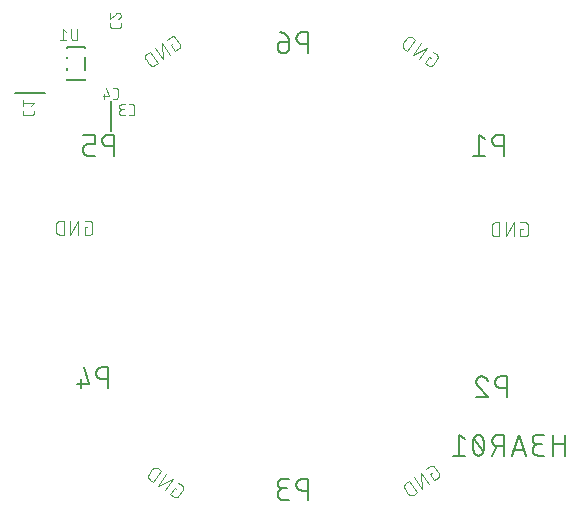
<source format=gbr>
G04 EAGLE Gerber RS-274X export*
G75*
%MOMM*%
%FSLAX34Y34*%
%LPD*%
%INSilkscreen Bottom*%
%IPPOS*%
%AMOC8*
5,1,8,0,0,1.08239X$1,22.5*%
G01*
%ADD10C,0.101600*%
%ADD11C,0.152400*%
%ADD12C,0.076200*%


D10*
X109916Y403333D02*
X108321Y404450D01*
X104598Y399133D01*
X107788Y396899D01*
X107871Y396844D01*
X107955Y396792D01*
X108042Y396743D01*
X108130Y396697D01*
X108220Y396655D01*
X108312Y396616D01*
X108405Y396581D01*
X108499Y396549D01*
X108594Y396521D01*
X108691Y396497D01*
X108788Y396476D01*
X108886Y396460D01*
X108985Y396446D01*
X109084Y396437D01*
X109183Y396432D01*
X109283Y396430D01*
X109382Y396432D01*
X109481Y396438D01*
X109580Y396448D01*
X109679Y396461D01*
X109777Y396479D01*
X109874Y396500D01*
X109970Y396524D01*
X110066Y396553D01*
X110160Y396585D01*
X110253Y396620D01*
X110344Y396659D01*
X110434Y396702D01*
X110522Y396748D01*
X110608Y396797D01*
X110693Y396850D01*
X110775Y396906D01*
X110855Y396965D01*
X110933Y397027D01*
X111008Y397092D01*
X111081Y397159D01*
X111151Y397230D01*
X111219Y397303D01*
X111283Y397379D01*
X111345Y397457D01*
X111404Y397537D01*
X115127Y402854D01*
X115182Y402937D01*
X115234Y403021D01*
X115283Y403108D01*
X115329Y403196D01*
X115371Y403286D01*
X115410Y403378D01*
X115445Y403471D01*
X115477Y403565D01*
X115505Y403660D01*
X115529Y403757D01*
X115550Y403854D01*
X115566Y403952D01*
X115580Y404051D01*
X115589Y404150D01*
X115594Y404249D01*
X115596Y404349D01*
X115594Y404448D01*
X115588Y404547D01*
X115578Y404646D01*
X115565Y404745D01*
X115547Y404843D01*
X115526Y404940D01*
X115502Y405036D01*
X115473Y405132D01*
X115441Y405226D01*
X115406Y405319D01*
X115367Y405410D01*
X115324Y405500D01*
X115278Y405588D01*
X115229Y405674D01*
X115176Y405759D01*
X115120Y405841D01*
X115061Y405921D01*
X114999Y405999D01*
X114934Y406074D01*
X114867Y406147D01*
X114796Y406217D01*
X114723Y406285D01*
X114647Y406349D01*
X114569Y406411D01*
X114489Y406470D01*
X114490Y406470D02*
X111299Y408704D01*
X106630Y411974D02*
X99928Y402403D01*
X94611Y406126D02*
X106630Y411974D01*
X101312Y415697D02*
X94611Y406126D01*
X89941Y409396D02*
X96642Y418967D01*
X93984Y420828D01*
X93984Y420829D02*
X93890Y420892D01*
X93794Y420952D01*
X93696Y421009D01*
X93596Y421062D01*
X93494Y421112D01*
X93390Y421158D01*
X93285Y421200D01*
X93179Y421239D01*
X93071Y421274D01*
X92962Y421305D01*
X92852Y421333D01*
X92741Y421356D01*
X92630Y421376D01*
X92518Y421392D01*
X92405Y421404D01*
X92292Y421412D01*
X92179Y421416D01*
X92065Y421416D01*
X91952Y421412D01*
X91839Y421404D01*
X91726Y421392D01*
X91614Y421376D01*
X91503Y421356D01*
X91392Y421333D01*
X91282Y421305D01*
X91173Y421274D01*
X91065Y421239D01*
X90959Y421200D01*
X90854Y421158D01*
X90750Y421112D01*
X90648Y421062D01*
X90548Y421009D01*
X90450Y420952D01*
X90354Y420892D01*
X90260Y420829D01*
X90169Y420762D01*
X90079Y420693D01*
X89992Y420620D01*
X89908Y420544D01*
X89827Y420465D01*
X89748Y420384D01*
X89672Y420300D01*
X89599Y420213D01*
X89530Y420124D01*
X89463Y420032D01*
X89464Y420031D02*
X86485Y415778D01*
X86422Y415684D01*
X86362Y415588D01*
X86305Y415490D01*
X86252Y415390D01*
X86202Y415288D01*
X86156Y415184D01*
X86114Y415079D01*
X86075Y414973D01*
X86040Y414865D01*
X86009Y414756D01*
X85981Y414646D01*
X85958Y414535D01*
X85938Y414424D01*
X85922Y414312D01*
X85910Y414199D01*
X85902Y414086D01*
X85898Y413973D01*
X85898Y413859D01*
X85902Y413746D01*
X85910Y413633D01*
X85922Y413520D01*
X85938Y413408D01*
X85958Y413297D01*
X85981Y413186D01*
X86009Y413076D01*
X86040Y412967D01*
X86075Y412859D01*
X86114Y412753D01*
X86156Y412648D01*
X86202Y412544D01*
X86252Y412442D01*
X86305Y412342D01*
X86362Y412244D01*
X86422Y412148D01*
X86485Y412054D01*
X86552Y411962D01*
X86621Y411873D01*
X86694Y411786D01*
X86770Y411702D01*
X86849Y411621D01*
X86930Y411542D01*
X87014Y411466D01*
X87101Y411393D01*
X87191Y411324D01*
X87282Y411257D01*
X89941Y409396D01*
X185566Y258949D02*
X187514Y258949D01*
X185566Y258949D02*
X185566Y252458D01*
X189461Y252458D01*
X189560Y252460D01*
X189660Y252466D01*
X189759Y252475D01*
X189857Y252488D01*
X189955Y252505D01*
X190053Y252526D01*
X190149Y252551D01*
X190244Y252579D01*
X190338Y252611D01*
X190431Y252646D01*
X190523Y252685D01*
X190613Y252728D01*
X190701Y252773D01*
X190788Y252823D01*
X190872Y252875D01*
X190955Y252931D01*
X191035Y252989D01*
X191113Y253051D01*
X191188Y253116D01*
X191261Y253184D01*
X191331Y253254D01*
X191399Y253327D01*
X191464Y253402D01*
X191526Y253480D01*
X191584Y253560D01*
X191640Y253643D01*
X191692Y253727D01*
X191742Y253814D01*
X191787Y253902D01*
X191830Y253992D01*
X191869Y254084D01*
X191904Y254177D01*
X191936Y254271D01*
X191964Y254366D01*
X191989Y254462D01*
X192010Y254560D01*
X192027Y254658D01*
X192040Y254756D01*
X192049Y254855D01*
X192055Y254955D01*
X192057Y255054D01*
X192058Y255054D02*
X192058Y261546D01*
X192057Y261546D02*
X192055Y261645D01*
X192049Y261745D01*
X192040Y261844D01*
X192027Y261942D01*
X192010Y262040D01*
X191989Y262138D01*
X191964Y262234D01*
X191936Y262329D01*
X191904Y262423D01*
X191869Y262516D01*
X191830Y262608D01*
X191787Y262698D01*
X191742Y262786D01*
X191692Y262873D01*
X191640Y262957D01*
X191584Y263040D01*
X191526Y263120D01*
X191464Y263198D01*
X191399Y263273D01*
X191331Y263346D01*
X191261Y263416D01*
X191188Y263484D01*
X191113Y263549D01*
X191035Y263611D01*
X190955Y263669D01*
X190872Y263725D01*
X190788Y263777D01*
X190701Y263827D01*
X190613Y263872D01*
X190523Y263915D01*
X190431Y263954D01*
X190338Y263989D01*
X190244Y264021D01*
X190149Y264049D01*
X190053Y264074D01*
X189955Y264095D01*
X189857Y264112D01*
X189759Y264125D01*
X189660Y264134D01*
X189560Y264140D01*
X189461Y264142D01*
X185566Y264142D01*
X179866Y264142D02*
X179866Y252458D01*
X173374Y252458D02*
X179866Y264142D01*
X173374Y264142D02*
X173374Y252458D01*
X167674Y252458D02*
X167674Y264142D01*
X164428Y264142D01*
X164315Y264140D01*
X164202Y264134D01*
X164089Y264124D01*
X163976Y264110D01*
X163864Y264093D01*
X163753Y264071D01*
X163643Y264046D01*
X163533Y264016D01*
X163425Y263983D01*
X163318Y263946D01*
X163212Y263906D01*
X163108Y263861D01*
X163005Y263813D01*
X162904Y263762D01*
X162805Y263707D01*
X162708Y263649D01*
X162613Y263587D01*
X162520Y263522D01*
X162430Y263454D01*
X162342Y263383D01*
X162256Y263308D01*
X162173Y263231D01*
X162093Y263151D01*
X162016Y263068D01*
X161941Y262982D01*
X161870Y262894D01*
X161802Y262804D01*
X161737Y262711D01*
X161675Y262616D01*
X161617Y262519D01*
X161562Y262420D01*
X161511Y262319D01*
X161463Y262216D01*
X161418Y262112D01*
X161378Y262006D01*
X161341Y261899D01*
X161308Y261791D01*
X161278Y261681D01*
X161253Y261571D01*
X161231Y261460D01*
X161214Y261348D01*
X161200Y261235D01*
X161190Y261122D01*
X161184Y261009D01*
X161182Y260896D01*
X161182Y255704D01*
X161184Y255591D01*
X161190Y255478D01*
X161200Y255365D01*
X161214Y255252D01*
X161231Y255140D01*
X161253Y255029D01*
X161278Y254919D01*
X161308Y254809D01*
X161341Y254701D01*
X161378Y254594D01*
X161418Y254488D01*
X161463Y254384D01*
X161511Y254281D01*
X161562Y254180D01*
X161617Y254081D01*
X161675Y253984D01*
X161737Y253889D01*
X161802Y253796D01*
X161870Y253706D01*
X161941Y253618D01*
X162016Y253532D01*
X162093Y253449D01*
X162173Y253369D01*
X162256Y253292D01*
X162342Y253217D01*
X162430Y253146D01*
X162520Y253078D01*
X162613Y253013D01*
X162708Y252951D01*
X162805Y252893D01*
X162904Y252838D01*
X163005Y252787D01*
X163108Y252739D01*
X163212Y252694D01*
X163318Y252654D01*
X163425Y252617D01*
X163533Y252584D01*
X163643Y252554D01*
X163753Y252529D01*
X163864Y252507D01*
X163976Y252490D01*
X164089Y252476D01*
X164202Y252466D01*
X164315Y252460D01*
X164428Y252458D01*
X167674Y252458D01*
X110441Y52200D02*
X108846Y51083D01*
X112569Y45766D01*
X115760Y48000D01*
X115759Y48000D02*
X115839Y48059D01*
X115917Y48121D01*
X115993Y48185D01*
X116066Y48253D01*
X116137Y48323D01*
X116204Y48396D01*
X116269Y48471D01*
X116331Y48549D01*
X116390Y48629D01*
X116446Y48711D01*
X116499Y48796D01*
X116548Y48882D01*
X116594Y48970D01*
X116637Y49060D01*
X116676Y49151D01*
X116711Y49244D01*
X116743Y49338D01*
X116772Y49434D01*
X116796Y49530D01*
X116817Y49627D01*
X116835Y49725D01*
X116848Y49824D01*
X116858Y49923D01*
X116864Y50022D01*
X116866Y50121D01*
X116864Y50221D01*
X116859Y50320D01*
X116849Y50419D01*
X116836Y50518D01*
X116820Y50616D01*
X116799Y50713D01*
X116775Y50810D01*
X116747Y50905D01*
X116715Y50999D01*
X116680Y51092D01*
X116641Y51184D01*
X116599Y51274D01*
X116553Y51362D01*
X116504Y51449D01*
X116452Y51533D01*
X116397Y51616D01*
X112674Y56933D01*
X112615Y57013D01*
X112553Y57091D01*
X112489Y57167D01*
X112421Y57240D01*
X112351Y57311D01*
X112278Y57378D01*
X112203Y57443D01*
X112125Y57505D01*
X112045Y57564D01*
X111963Y57620D01*
X111878Y57673D01*
X111792Y57722D01*
X111704Y57768D01*
X111614Y57811D01*
X111523Y57850D01*
X111430Y57885D01*
X111336Y57917D01*
X111240Y57946D01*
X111144Y57970D01*
X111047Y57991D01*
X110949Y58009D01*
X110850Y58022D01*
X110751Y58032D01*
X110652Y58038D01*
X110553Y58040D01*
X110453Y58038D01*
X110354Y58033D01*
X110255Y58024D01*
X110156Y58010D01*
X110058Y57994D01*
X109961Y57973D01*
X109864Y57949D01*
X109769Y57921D01*
X109675Y57889D01*
X109582Y57854D01*
X109490Y57815D01*
X109400Y57773D01*
X109312Y57727D01*
X109225Y57678D01*
X109141Y57626D01*
X109058Y57571D01*
X105868Y55337D01*
X101198Y52067D02*
X107899Y42496D01*
X102582Y38773D02*
X101198Y52067D01*
X95881Y48344D02*
X102582Y38773D01*
X97912Y35503D02*
X91211Y45074D01*
X88552Y43212D01*
X88552Y43213D02*
X88461Y43146D01*
X88371Y43077D01*
X88284Y43004D01*
X88200Y42928D01*
X88119Y42849D01*
X88040Y42768D01*
X87964Y42684D01*
X87891Y42597D01*
X87822Y42508D01*
X87755Y42416D01*
X87692Y42322D01*
X87632Y42226D01*
X87575Y42128D01*
X87522Y42028D01*
X87472Y41926D01*
X87426Y41822D01*
X87384Y41717D01*
X87345Y41611D01*
X87310Y41503D01*
X87279Y41394D01*
X87251Y41284D01*
X87228Y41173D01*
X87208Y41062D01*
X87192Y40950D01*
X87180Y40837D01*
X87172Y40724D01*
X87168Y40611D01*
X87168Y40497D01*
X87172Y40384D01*
X87180Y40271D01*
X87192Y40158D01*
X87208Y40046D01*
X87228Y39935D01*
X87251Y39824D01*
X87279Y39714D01*
X87310Y39605D01*
X87345Y39497D01*
X87384Y39391D01*
X87426Y39286D01*
X87472Y39182D01*
X87522Y39080D01*
X87575Y38980D01*
X87632Y38882D01*
X87692Y38786D01*
X87755Y38692D01*
X90734Y34438D01*
X90733Y34438D02*
X90800Y34347D01*
X90869Y34257D01*
X90942Y34170D01*
X91018Y34086D01*
X91097Y34005D01*
X91178Y33926D01*
X91262Y33850D01*
X91349Y33777D01*
X91439Y33708D01*
X91530Y33641D01*
X91624Y33578D01*
X91720Y33518D01*
X91818Y33461D01*
X91918Y33408D01*
X92020Y33358D01*
X92124Y33312D01*
X92229Y33270D01*
X92335Y33231D01*
X92443Y33196D01*
X92552Y33165D01*
X92662Y33137D01*
X92773Y33114D01*
X92884Y33094D01*
X92996Y33078D01*
X93109Y33066D01*
X93222Y33058D01*
X93335Y33054D01*
X93449Y33054D01*
X93562Y33058D01*
X93675Y33066D01*
X93788Y33078D01*
X93900Y33094D01*
X94011Y33114D01*
X94122Y33137D01*
X94232Y33165D01*
X94341Y33196D01*
X94449Y33231D01*
X94555Y33270D01*
X94660Y33312D01*
X94764Y33358D01*
X94866Y33408D01*
X94966Y33461D01*
X95064Y33518D01*
X95160Y33578D01*
X95254Y33641D01*
X97912Y35503D01*
X-105584Y38433D02*
X-107179Y39550D01*
X-110902Y34233D01*
X-107712Y31999D01*
X-107629Y31944D01*
X-107545Y31892D01*
X-107458Y31843D01*
X-107370Y31797D01*
X-107280Y31755D01*
X-107188Y31716D01*
X-107095Y31681D01*
X-107001Y31649D01*
X-106906Y31621D01*
X-106809Y31597D01*
X-106712Y31576D01*
X-106614Y31560D01*
X-106515Y31547D01*
X-106416Y31537D01*
X-106317Y31532D01*
X-106217Y31530D01*
X-106118Y31532D01*
X-106019Y31538D01*
X-105920Y31548D01*
X-105821Y31561D01*
X-105723Y31579D01*
X-105626Y31600D01*
X-105530Y31624D01*
X-105434Y31653D01*
X-105340Y31685D01*
X-105247Y31720D01*
X-105156Y31759D01*
X-105066Y31802D01*
X-104978Y31848D01*
X-104892Y31897D01*
X-104807Y31950D01*
X-104725Y32006D01*
X-104645Y32065D01*
X-104567Y32127D01*
X-104492Y32192D01*
X-104419Y32259D01*
X-104349Y32330D01*
X-104281Y32403D01*
X-104217Y32479D01*
X-104155Y32557D01*
X-104096Y32637D01*
X-100373Y37954D01*
X-100318Y38037D01*
X-100266Y38121D01*
X-100217Y38208D01*
X-100171Y38296D01*
X-100129Y38386D01*
X-100090Y38478D01*
X-100055Y38571D01*
X-100023Y38665D01*
X-99995Y38760D01*
X-99971Y38857D01*
X-99950Y38954D01*
X-99934Y39052D01*
X-99921Y39151D01*
X-99911Y39250D01*
X-99906Y39349D01*
X-99904Y39449D01*
X-99906Y39548D01*
X-99912Y39647D01*
X-99922Y39746D01*
X-99935Y39845D01*
X-99953Y39943D01*
X-99974Y40040D01*
X-99998Y40136D01*
X-100027Y40232D01*
X-100059Y40326D01*
X-100094Y40419D01*
X-100133Y40510D01*
X-100176Y40600D01*
X-100222Y40688D01*
X-100271Y40774D01*
X-100324Y40859D01*
X-100380Y40941D01*
X-100439Y41021D01*
X-100501Y41099D01*
X-100566Y41174D01*
X-100633Y41247D01*
X-100704Y41317D01*
X-100777Y41385D01*
X-100853Y41449D01*
X-100931Y41511D01*
X-101011Y41570D01*
X-101010Y41570D02*
X-104201Y43804D01*
X-108871Y47074D02*
X-115572Y37503D01*
X-120890Y41226D02*
X-108871Y47074D01*
X-114188Y50797D02*
X-120890Y41226D01*
X-125559Y44496D02*
X-118858Y54067D01*
X-121516Y55928D01*
X-121516Y55929D02*
X-121610Y55992D01*
X-121706Y56052D01*
X-121804Y56109D01*
X-121904Y56162D01*
X-122006Y56212D01*
X-122110Y56258D01*
X-122215Y56300D01*
X-122321Y56339D01*
X-122429Y56374D01*
X-122538Y56405D01*
X-122648Y56433D01*
X-122759Y56456D01*
X-122870Y56476D01*
X-122982Y56492D01*
X-123095Y56504D01*
X-123208Y56512D01*
X-123321Y56516D01*
X-123435Y56516D01*
X-123548Y56512D01*
X-123661Y56504D01*
X-123774Y56492D01*
X-123886Y56476D01*
X-123997Y56456D01*
X-124108Y56433D01*
X-124218Y56405D01*
X-124327Y56374D01*
X-124435Y56339D01*
X-124541Y56300D01*
X-124646Y56258D01*
X-124750Y56212D01*
X-124852Y56162D01*
X-124952Y56109D01*
X-125050Y56052D01*
X-125146Y55992D01*
X-125240Y55929D01*
X-125331Y55862D01*
X-125421Y55793D01*
X-125508Y55720D01*
X-125592Y55644D01*
X-125673Y55565D01*
X-125752Y55484D01*
X-125828Y55400D01*
X-125901Y55313D01*
X-125970Y55224D01*
X-126037Y55132D01*
X-126037Y55131D02*
X-129015Y50878D01*
X-129016Y50878D02*
X-129079Y50784D01*
X-129139Y50688D01*
X-129196Y50590D01*
X-129249Y50490D01*
X-129299Y50388D01*
X-129345Y50284D01*
X-129387Y50179D01*
X-129426Y50073D01*
X-129461Y49965D01*
X-129492Y49856D01*
X-129520Y49746D01*
X-129543Y49635D01*
X-129563Y49524D01*
X-129579Y49412D01*
X-129591Y49299D01*
X-129599Y49186D01*
X-129603Y49073D01*
X-129603Y48959D01*
X-129599Y48846D01*
X-129591Y48733D01*
X-129579Y48620D01*
X-129563Y48508D01*
X-129543Y48397D01*
X-129520Y48286D01*
X-129492Y48176D01*
X-129461Y48067D01*
X-129426Y47959D01*
X-129387Y47853D01*
X-129345Y47748D01*
X-129299Y47644D01*
X-129249Y47542D01*
X-129196Y47442D01*
X-129139Y47344D01*
X-129079Y47248D01*
X-129016Y47154D01*
X-128949Y47062D01*
X-128880Y46973D01*
X-128807Y46886D01*
X-128731Y46802D01*
X-128652Y46721D01*
X-128571Y46642D01*
X-128487Y46566D01*
X-128400Y46493D01*
X-128310Y46424D01*
X-128219Y46357D01*
X-128218Y46357D02*
X-125559Y44496D01*
X-181256Y260219D02*
X-183204Y260219D01*
X-183204Y253728D01*
X-179309Y253728D01*
X-179210Y253730D01*
X-179110Y253736D01*
X-179011Y253745D01*
X-178913Y253758D01*
X-178815Y253775D01*
X-178717Y253796D01*
X-178621Y253821D01*
X-178526Y253849D01*
X-178432Y253881D01*
X-178339Y253916D01*
X-178247Y253955D01*
X-178157Y253998D01*
X-178069Y254043D01*
X-177982Y254093D01*
X-177898Y254145D01*
X-177815Y254201D01*
X-177735Y254259D01*
X-177657Y254321D01*
X-177582Y254386D01*
X-177509Y254454D01*
X-177439Y254524D01*
X-177371Y254597D01*
X-177306Y254672D01*
X-177244Y254750D01*
X-177186Y254830D01*
X-177130Y254913D01*
X-177078Y254997D01*
X-177028Y255084D01*
X-176983Y255172D01*
X-176940Y255262D01*
X-176901Y255354D01*
X-176866Y255447D01*
X-176834Y255541D01*
X-176806Y255636D01*
X-176781Y255732D01*
X-176760Y255830D01*
X-176743Y255928D01*
X-176730Y256026D01*
X-176721Y256125D01*
X-176715Y256225D01*
X-176713Y256324D01*
X-176713Y262816D01*
X-176715Y262915D01*
X-176721Y263015D01*
X-176730Y263114D01*
X-176743Y263212D01*
X-176760Y263310D01*
X-176781Y263408D01*
X-176806Y263504D01*
X-176834Y263599D01*
X-176866Y263693D01*
X-176901Y263786D01*
X-176940Y263878D01*
X-176983Y263968D01*
X-177028Y264056D01*
X-177078Y264143D01*
X-177130Y264227D01*
X-177186Y264310D01*
X-177244Y264390D01*
X-177306Y264468D01*
X-177371Y264543D01*
X-177439Y264616D01*
X-177509Y264686D01*
X-177582Y264754D01*
X-177657Y264819D01*
X-177735Y264881D01*
X-177815Y264939D01*
X-177898Y264995D01*
X-177982Y265047D01*
X-178069Y265097D01*
X-178157Y265142D01*
X-178247Y265185D01*
X-178339Y265224D01*
X-178431Y265259D01*
X-178526Y265291D01*
X-178621Y265319D01*
X-178717Y265344D01*
X-178815Y265365D01*
X-178913Y265382D01*
X-179011Y265395D01*
X-179110Y265404D01*
X-179210Y265410D01*
X-179309Y265412D01*
X-183204Y265412D01*
X-188904Y265412D02*
X-188904Y253728D01*
X-195396Y253728D02*
X-188904Y265412D01*
X-195396Y265412D02*
X-195396Y253728D01*
X-201096Y253728D02*
X-201096Y265412D01*
X-204342Y265412D01*
X-204455Y265410D01*
X-204568Y265404D01*
X-204681Y265394D01*
X-204794Y265380D01*
X-204906Y265363D01*
X-205017Y265341D01*
X-205127Y265316D01*
X-205237Y265286D01*
X-205345Y265253D01*
X-205452Y265216D01*
X-205558Y265176D01*
X-205662Y265131D01*
X-205765Y265083D01*
X-205866Y265032D01*
X-205965Y264977D01*
X-206062Y264919D01*
X-206157Y264857D01*
X-206250Y264792D01*
X-206340Y264724D01*
X-206428Y264653D01*
X-206514Y264578D01*
X-206597Y264501D01*
X-206677Y264421D01*
X-206754Y264338D01*
X-206829Y264252D01*
X-206900Y264164D01*
X-206968Y264074D01*
X-207033Y263981D01*
X-207095Y263886D01*
X-207153Y263789D01*
X-207208Y263690D01*
X-207259Y263589D01*
X-207307Y263486D01*
X-207352Y263382D01*
X-207392Y263276D01*
X-207429Y263169D01*
X-207462Y263061D01*
X-207492Y262951D01*
X-207517Y262841D01*
X-207539Y262730D01*
X-207556Y262618D01*
X-207570Y262505D01*
X-207580Y262392D01*
X-207586Y262279D01*
X-207588Y262166D01*
X-207588Y256974D01*
X-207586Y256861D01*
X-207580Y256748D01*
X-207570Y256635D01*
X-207556Y256522D01*
X-207539Y256410D01*
X-207517Y256299D01*
X-207492Y256189D01*
X-207462Y256079D01*
X-207429Y255971D01*
X-207392Y255864D01*
X-207352Y255758D01*
X-207307Y255654D01*
X-207259Y255551D01*
X-207208Y255450D01*
X-207153Y255351D01*
X-207095Y255254D01*
X-207033Y255159D01*
X-206968Y255066D01*
X-206900Y254976D01*
X-206829Y254888D01*
X-206754Y254802D01*
X-206677Y254719D01*
X-206597Y254639D01*
X-206514Y254562D01*
X-206428Y254487D01*
X-206340Y254416D01*
X-206250Y254348D01*
X-206157Y254283D01*
X-206062Y254221D01*
X-205965Y254163D01*
X-205866Y254108D01*
X-205765Y254057D01*
X-205662Y254009D01*
X-205558Y253964D01*
X-205452Y253924D01*
X-205345Y253887D01*
X-205237Y253854D01*
X-205127Y253824D01*
X-205017Y253799D01*
X-204906Y253777D01*
X-204794Y253760D01*
X-204681Y253746D01*
X-204568Y253736D01*
X-204455Y253730D01*
X-204342Y253728D01*
X-201096Y253728D01*
X-110464Y414713D02*
X-108869Y415830D01*
X-110464Y414713D02*
X-106741Y409396D01*
X-103551Y411630D01*
X-103471Y411689D01*
X-103393Y411751D01*
X-103317Y411815D01*
X-103244Y411883D01*
X-103173Y411953D01*
X-103106Y412026D01*
X-103041Y412101D01*
X-102979Y412179D01*
X-102920Y412259D01*
X-102864Y412341D01*
X-102811Y412426D01*
X-102762Y412512D01*
X-102716Y412600D01*
X-102673Y412690D01*
X-102634Y412781D01*
X-102599Y412874D01*
X-102567Y412968D01*
X-102538Y413064D01*
X-102514Y413160D01*
X-102493Y413257D01*
X-102475Y413355D01*
X-102462Y413454D01*
X-102452Y413553D01*
X-102446Y413652D01*
X-102444Y413751D01*
X-102446Y413851D01*
X-102451Y413950D01*
X-102461Y414049D01*
X-102474Y414148D01*
X-102490Y414246D01*
X-102511Y414343D01*
X-102535Y414440D01*
X-102563Y414535D01*
X-102595Y414629D01*
X-102630Y414722D01*
X-102669Y414814D01*
X-102711Y414904D01*
X-102757Y414992D01*
X-102806Y415079D01*
X-102858Y415163D01*
X-102913Y415246D01*
X-106636Y420563D01*
X-106695Y420643D01*
X-106757Y420721D01*
X-106821Y420797D01*
X-106889Y420870D01*
X-106959Y420941D01*
X-107032Y421008D01*
X-107107Y421073D01*
X-107185Y421135D01*
X-107265Y421194D01*
X-107347Y421250D01*
X-107432Y421303D01*
X-107518Y421352D01*
X-107606Y421398D01*
X-107696Y421441D01*
X-107787Y421480D01*
X-107880Y421515D01*
X-107974Y421547D01*
X-108070Y421576D01*
X-108166Y421600D01*
X-108263Y421621D01*
X-108361Y421639D01*
X-108460Y421652D01*
X-108559Y421662D01*
X-108658Y421668D01*
X-108757Y421670D01*
X-108857Y421668D01*
X-108956Y421663D01*
X-109055Y421653D01*
X-109154Y421640D01*
X-109252Y421624D01*
X-109349Y421603D01*
X-109446Y421579D01*
X-109541Y421551D01*
X-109635Y421519D01*
X-109728Y421484D01*
X-109820Y421445D01*
X-109910Y421403D01*
X-109998Y421357D01*
X-110085Y421308D01*
X-110169Y421256D01*
X-110252Y421201D01*
X-113442Y418967D01*
X-118112Y415697D02*
X-111411Y406126D01*
X-116728Y402403D02*
X-118112Y415697D01*
X-123430Y411974D02*
X-116728Y402403D01*
X-121398Y399133D02*
X-128100Y408704D01*
X-130758Y406842D01*
X-130759Y406843D02*
X-130850Y406776D01*
X-130940Y406707D01*
X-131027Y406634D01*
X-131111Y406558D01*
X-131192Y406479D01*
X-131271Y406398D01*
X-131347Y406314D01*
X-131420Y406227D01*
X-131489Y406137D01*
X-131556Y406046D01*
X-131619Y405952D01*
X-131679Y405856D01*
X-131736Y405758D01*
X-131789Y405658D01*
X-131839Y405556D01*
X-131885Y405452D01*
X-131927Y405347D01*
X-131966Y405241D01*
X-132001Y405133D01*
X-132032Y405024D01*
X-132060Y404914D01*
X-132083Y404803D01*
X-132103Y404692D01*
X-132119Y404580D01*
X-132131Y404467D01*
X-132139Y404354D01*
X-132143Y404241D01*
X-132143Y404127D01*
X-132139Y404014D01*
X-132131Y403901D01*
X-132119Y403788D01*
X-132103Y403676D01*
X-132083Y403565D01*
X-132060Y403454D01*
X-132032Y403344D01*
X-132001Y403235D01*
X-131966Y403127D01*
X-131927Y403021D01*
X-131885Y402916D01*
X-131839Y402812D01*
X-131789Y402710D01*
X-131736Y402610D01*
X-131679Y402512D01*
X-131619Y402416D01*
X-131556Y402322D01*
X-131555Y402322D02*
X-128577Y398068D01*
X-128510Y397977D01*
X-128441Y397887D01*
X-128368Y397800D01*
X-128292Y397716D01*
X-128213Y397635D01*
X-128132Y397556D01*
X-128048Y397480D01*
X-127961Y397407D01*
X-127871Y397338D01*
X-127780Y397271D01*
X-127686Y397208D01*
X-127590Y397148D01*
X-127492Y397091D01*
X-127392Y397038D01*
X-127290Y396988D01*
X-127186Y396942D01*
X-127081Y396900D01*
X-126975Y396861D01*
X-126867Y396826D01*
X-126758Y396795D01*
X-126648Y396767D01*
X-126537Y396744D01*
X-126426Y396724D01*
X-126314Y396708D01*
X-126201Y396696D01*
X-126088Y396688D01*
X-125975Y396684D01*
X-125861Y396684D01*
X-125748Y396688D01*
X-125635Y396696D01*
X-125522Y396708D01*
X-125410Y396724D01*
X-125299Y396744D01*
X-125188Y396767D01*
X-125078Y396795D01*
X-124969Y396826D01*
X-124861Y396861D01*
X-124755Y396900D01*
X-124650Y396942D01*
X-124546Y396988D01*
X-124444Y397038D01*
X-124344Y397091D01*
X-124246Y397148D01*
X-124150Y397208D01*
X-124056Y397271D01*
X-121398Y399133D01*
D11*
X171536Y338420D02*
X171536Y320640D01*
X171536Y338420D02*
X166598Y338420D01*
X166458Y338418D01*
X166319Y338412D01*
X166179Y338402D01*
X166040Y338388D01*
X165901Y338371D01*
X165763Y338349D01*
X165626Y338323D01*
X165489Y338294D01*
X165353Y338261D01*
X165219Y338224D01*
X165085Y338183D01*
X164953Y338138D01*
X164821Y338089D01*
X164692Y338037D01*
X164564Y337982D01*
X164437Y337922D01*
X164312Y337859D01*
X164189Y337793D01*
X164068Y337723D01*
X163949Y337650D01*
X163832Y337573D01*
X163718Y337493D01*
X163605Y337410D01*
X163495Y337324D01*
X163388Y337234D01*
X163283Y337142D01*
X163181Y337047D01*
X163081Y336949D01*
X162984Y336848D01*
X162890Y336744D01*
X162800Y336638D01*
X162712Y336529D01*
X162627Y336418D01*
X162546Y336304D01*
X162467Y336189D01*
X162392Y336071D01*
X162321Y335951D01*
X162253Y335828D01*
X162188Y335705D01*
X162127Y335579D01*
X162069Y335451D01*
X162015Y335323D01*
X161965Y335192D01*
X161918Y335060D01*
X161875Y334927D01*
X161836Y334793D01*
X161801Y334658D01*
X161770Y334522D01*
X161742Y334384D01*
X161719Y334247D01*
X161699Y334108D01*
X161683Y333969D01*
X161671Y333830D01*
X161663Y333691D01*
X161659Y333551D01*
X161659Y333411D01*
X161663Y333271D01*
X161671Y333132D01*
X161683Y332993D01*
X161699Y332854D01*
X161719Y332715D01*
X161742Y332578D01*
X161770Y332440D01*
X161801Y332304D01*
X161836Y332169D01*
X161875Y332035D01*
X161918Y331902D01*
X161965Y331770D01*
X162015Y331639D01*
X162069Y331511D01*
X162127Y331383D01*
X162188Y331257D01*
X162253Y331134D01*
X162321Y331012D01*
X162392Y330891D01*
X162467Y330773D01*
X162546Y330658D01*
X162627Y330544D01*
X162712Y330433D01*
X162800Y330324D01*
X162890Y330218D01*
X162984Y330114D01*
X163081Y330013D01*
X163181Y329915D01*
X163283Y329820D01*
X163388Y329728D01*
X163495Y329638D01*
X163605Y329552D01*
X163718Y329469D01*
X163832Y329389D01*
X163949Y329312D01*
X164068Y329239D01*
X164189Y329169D01*
X164312Y329103D01*
X164437Y329040D01*
X164564Y328980D01*
X164692Y328925D01*
X164821Y328873D01*
X164953Y328824D01*
X165085Y328779D01*
X165219Y328738D01*
X165353Y328701D01*
X165489Y328668D01*
X165626Y328639D01*
X165763Y328613D01*
X165901Y328591D01*
X166040Y328574D01*
X166179Y328560D01*
X166319Y328550D01*
X166458Y328544D01*
X166598Y328542D01*
X171536Y328542D01*
X155541Y334469D02*
X150602Y338420D01*
X150602Y320640D01*
X145664Y320640D02*
X155541Y320640D01*
X174076Y133830D02*
X174076Y116050D01*
X174076Y133830D02*
X169138Y133830D01*
X168998Y133828D01*
X168859Y133822D01*
X168719Y133812D01*
X168580Y133798D01*
X168441Y133781D01*
X168303Y133759D01*
X168166Y133733D01*
X168029Y133704D01*
X167893Y133671D01*
X167759Y133634D01*
X167625Y133593D01*
X167493Y133548D01*
X167361Y133499D01*
X167232Y133447D01*
X167104Y133392D01*
X166977Y133332D01*
X166852Y133269D01*
X166729Y133203D01*
X166608Y133133D01*
X166489Y133060D01*
X166372Y132983D01*
X166258Y132903D01*
X166145Y132820D01*
X166035Y132734D01*
X165928Y132644D01*
X165823Y132552D01*
X165721Y132457D01*
X165621Y132359D01*
X165524Y132258D01*
X165430Y132154D01*
X165340Y132048D01*
X165252Y131939D01*
X165167Y131828D01*
X165086Y131714D01*
X165007Y131599D01*
X164932Y131481D01*
X164861Y131361D01*
X164793Y131238D01*
X164728Y131115D01*
X164667Y130989D01*
X164609Y130861D01*
X164555Y130733D01*
X164505Y130602D01*
X164458Y130470D01*
X164415Y130337D01*
X164376Y130203D01*
X164341Y130068D01*
X164310Y129932D01*
X164282Y129794D01*
X164259Y129657D01*
X164239Y129518D01*
X164223Y129379D01*
X164211Y129240D01*
X164203Y129101D01*
X164199Y128961D01*
X164199Y128821D01*
X164203Y128681D01*
X164211Y128542D01*
X164223Y128403D01*
X164239Y128264D01*
X164259Y128125D01*
X164282Y127988D01*
X164310Y127850D01*
X164341Y127714D01*
X164376Y127579D01*
X164415Y127445D01*
X164458Y127312D01*
X164505Y127180D01*
X164555Y127049D01*
X164609Y126921D01*
X164667Y126793D01*
X164728Y126667D01*
X164793Y126544D01*
X164861Y126421D01*
X164932Y126301D01*
X165007Y126183D01*
X165086Y126068D01*
X165167Y125954D01*
X165252Y125843D01*
X165340Y125734D01*
X165430Y125628D01*
X165524Y125524D01*
X165621Y125423D01*
X165721Y125325D01*
X165823Y125230D01*
X165928Y125138D01*
X166035Y125048D01*
X166145Y124962D01*
X166258Y124879D01*
X166372Y124799D01*
X166489Y124722D01*
X166608Y124649D01*
X166729Y124579D01*
X166852Y124513D01*
X166977Y124450D01*
X167104Y124390D01*
X167232Y124335D01*
X167361Y124283D01*
X167493Y124234D01*
X167625Y124189D01*
X167759Y124148D01*
X167893Y124111D01*
X168029Y124078D01*
X168166Y124049D01*
X168303Y124023D01*
X168441Y124001D01*
X168580Y123984D01*
X168719Y123970D01*
X168859Y123960D01*
X168998Y123954D01*
X169138Y123952D01*
X174076Y123952D01*
X152649Y133830D02*
X152517Y133828D01*
X152386Y133822D01*
X152254Y133812D01*
X152123Y133799D01*
X151993Y133781D01*
X151863Y133760D01*
X151733Y133735D01*
X151605Y133706D01*
X151477Y133673D01*
X151351Y133636D01*
X151225Y133596D01*
X151101Y133552D01*
X150978Y133504D01*
X150857Y133453D01*
X150737Y133398D01*
X150619Y133340D01*
X150503Y133278D01*
X150389Y133212D01*
X150276Y133144D01*
X150166Y133072D01*
X150058Y132997D01*
X149952Y132918D01*
X149848Y132837D01*
X149747Y132752D01*
X149649Y132665D01*
X149553Y132574D01*
X149460Y132481D01*
X149369Y132385D01*
X149282Y132287D01*
X149197Y132186D01*
X149116Y132082D01*
X149037Y131976D01*
X148962Y131868D01*
X148890Y131758D01*
X148822Y131645D01*
X148756Y131531D01*
X148694Y131415D01*
X148636Y131297D01*
X148581Y131177D01*
X148530Y131056D01*
X148482Y130933D01*
X148438Y130809D01*
X148398Y130683D01*
X148361Y130557D01*
X148328Y130429D01*
X148299Y130301D01*
X148274Y130171D01*
X148253Y130041D01*
X148235Y129911D01*
X148222Y129780D01*
X148212Y129648D01*
X148206Y129517D01*
X148204Y129385D01*
X152649Y133830D02*
X152799Y133828D01*
X152948Y133822D01*
X153097Y133812D01*
X153246Y133799D01*
X153395Y133781D01*
X153543Y133760D01*
X153691Y133734D01*
X153837Y133705D01*
X153983Y133672D01*
X154128Y133635D01*
X154272Y133594D01*
X154415Y133550D01*
X154557Y133502D01*
X154697Y133450D01*
X154836Y133395D01*
X154974Y133336D01*
X155109Y133273D01*
X155244Y133207D01*
X155376Y133137D01*
X155506Y133064D01*
X155635Y132987D01*
X155762Y132907D01*
X155886Y132824D01*
X156008Y132738D01*
X156128Y132648D01*
X156245Y132555D01*
X156360Y132460D01*
X156473Y132361D01*
X156583Y132259D01*
X156690Y132155D01*
X156794Y132048D01*
X156896Y131938D01*
X156994Y131825D01*
X157090Y131710D01*
X157182Y131592D01*
X157272Y131472D01*
X157358Y131350D01*
X157441Y131226D01*
X157521Y131099D01*
X157597Y130971D01*
X157670Y130840D01*
X157740Y130707D01*
X157806Y130573D01*
X157868Y130437D01*
X157927Y130300D01*
X157983Y130161D01*
X158034Y130020D01*
X158082Y129879D01*
X149686Y125928D02*
X149590Y126021D01*
X149498Y126117D01*
X149408Y126216D01*
X149321Y126317D01*
X149237Y126420D01*
X149155Y126525D01*
X149077Y126633D01*
X149002Y126743D01*
X148929Y126855D01*
X148860Y126969D01*
X148794Y127085D01*
X148732Y127203D01*
X148673Y127322D01*
X148617Y127443D01*
X148564Y127566D01*
X148515Y127690D01*
X148470Y127815D01*
X148427Y127942D01*
X148389Y128069D01*
X148354Y128198D01*
X148323Y128327D01*
X148295Y128458D01*
X148271Y128589D01*
X148250Y128721D01*
X148234Y128853D01*
X148221Y128986D01*
X148211Y129119D01*
X148206Y129252D01*
X148204Y129385D01*
X149685Y125928D02*
X158081Y116050D01*
X148204Y116050D01*
X5806Y46980D02*
X5806Y29200D01*
X5806Y46980D02*
X868Y46980D01*
X728Y46978D01*
X589Y46972D01*
X449Y46962D01*
X310Y46948D01*
X171Y46931D01*
X33Y46909D01*
X-104Y46883D01*
X-241Y46854D01*
X-377Y46821D01*
X-511Y46784D01*
X-645Y46743D01*
X-777Y46698D01*
X-909Y46649D01*
X-1038Y46597D01*
X-1166Y46542D01*
X-1293Y46482D01*
X-1418Y46419D01*
X-1541Y46353D01*
X-1662Y46283D01*
X-1781Y46210D01*
X-1898Y46133D01*
X-2012Y46053D01*
X-2125Y45970D01*
X-2235Y45884D01*
X-2342Y45794D01*
X-2447Y45702D01*
X-2549Y45607D01*
X-2649Y45509D01*
X-2746Y45408D01*
X-2840Y45304D01*
X-2930Y45198D01*
X-3018Y45089D01*
X-3103Y44978D01*
X-3184Y44864D01*
X-3263Y44749D01*
X-3338Y44631D01*
X-3409Y44510D01*
X-3477Y44388D01*
X-3542Y44265D01*
X-3603Y44139D01*
X-3661Y44011D01*
X-3715Y43883D01*
X-3765Y43752D01*
X-3812Y43620D01*
X-3855Y43487D01*
X-3894Y43353D01*
X-3929Y43218D01*
X-3960Y43082D01*
X-3988Y42944D01*
X-4011Y42807D01*
X-4031Y42668D01*
X-4047Y42529D01*
X-4059Y42390D01*
X-4067Y42251D01*
X-4071Y42111D01*
X-4071Y41971D01*
X-4067Y41831D01*
X-4059Y41692D01*
X-4047Y41553D01*
X-4031Y41414D01*
X-4011Y41275D01*
X-3988Y41138D01*
X-3960Y41000D01*
X-3929Y40864D01*
X-3894Y40729D01*
X-3855Y40595D01*
X-3812Y40462D01*
X-3765Y40330D01*
X-3715Y40199D01*
X-3661Y40071D01*
X-3603Y39943D01*
X-3542Y39817D01*
X-3477Y39694D01*
X-3409Y39571D01*
X-3338Y39451D01*
X-3263Y39333D01*
X-3184Y39218D01*
X-3103Y39104D01*
X-3018Y38993D01*
X-2930Y38884D01*
X-2840Y38778D01*
X-2746Y38674D01*
X-2649Y38573D01*
X-2549Y38475D01*
X-2447Y38380D01*
X-2342Y38288D01*
X-2235Y38198D01*
X-2125Y38112D01*
X-2012Y38029D01*
X-1898Y37949D01*
X-1781Y37872D01*
X-1662Y37799D01*
X-1541Y37729D01*
X-1418Y37663D01*
X-1293Y37600D01*
X-1166Y37540D01*
X-1038Y37485D01*
X-909Y37433D01*
X-777Y37384D01*
X-645Y37339D01*
X-511Y37298D01*
X-377Y37261D01*
X-241Y37228D01*
X-104Y37199D01*
X33Y37173D01*
X171Y37151D01*
X310Y37134D01*
X449Y37120D01*
X589Y37110D01*
X728Y37104D01*
X868Y37102D01*
X5806Y37102D01*
X-10189Y29200D02*
X-15128Y29200D01*
X-15268Y29202D01*
X-15407Y29208D01*
X-15547Y29218D01*
X-15686Y29232D01*
X-15825Y29249D01*
X-15963Y29271D01*
X-16100Y29297D01*
X-16237Y29326D01*
X-16373Y29359D01*
X-16507Y29396D01*
X-16641Y29437D01*
X-16773Y29482D01*
X-16905Y29531D01*
X-17034Y29583D01*
X-17162Y29638D01*
X-17289Y29698D01*
X-17414Y29761D01*
X-17537Y29827D01*
X-17658Y29897D01*
X-17777Y29970D01*
X-17894Y30047D01*
X-18008Y30127D01*
X-18121Y30210D01*
X-18231Y30296D01*
X-18338Y30386D01*
X-18443Y30478D01*
X-18545Y30573D01*
X-18645Y30671D01*
X-18742Y30772D01*
X-18836Y30876D01*
X-18926Y30982D01*
X-19014Y31091D01*
X-19099Y31202D01*
X-19180Y31316D01*
X-19259Y31431D01*
X-19334Y31549D01*
X-19405Y31669D01*
X-19473Y31792D01*
X-19538Y31915D01*
X-19599Y32041D01*
X-19657Y32169D01*
X-19711Y32297D01*
X-19761Y32428D01*
X-19808Y32560D01*
X-19851Y32693D01*
X-19890Y32827D01*
X-19925Y32962D01*
X-19956Y33098D01*
X-19984Y33236D01*
X-20007Y33373D01*
X-20027Y33512D01*
X-20043Y33651D01*
X-20055Y33790D01*
X-20063Y33929D01*
X-20067Y34069D01*
X-20067Y34209D01*
X-20063Y34349D01*
X-20055Y34488D01*
X-20043Y34627D01*
X-20027Y34766D01*
X-20007Y34905D01*
X-19984Y35042D01*
X-19956Y35180D01*
X-19925Y35316D01*
X-19890Y35451D01*
X-19851Y35585D01*
X-19808Y35718D01*
X-19761Y35850D01*
X-19711Y35981D01*
X-19657Y36109D01*
X-19599Y36237D01*
X-19538Y36363D01*
X-19473Y36486D01*
X-19405Y36608D01*
X-19334Y36729D01*
X-19259Y36847D01*
X-19180Y36962D01*
X-19099Y37076D01*
X-19014Y37187D01*
X-18926Y37296D01*
X-18836Y37402D01*
X-18742Y37506D01*
X-18645Y37607D01*
X-18545Y37705D01*
X-18443Y37800D01*
X-18338Y37892D01*
X-18231Y37982D01*
X-18121Y38068D01*
X-18008Y38151D01*
X-17894Y38231D01*
X-17777Y38308D01*
X-17658Y38381D01*
X-17537Y38451D01*
X-17414Y38517D01*
X-17289Y38580D01*
X-17162Y38640D01*
X-17034Y38695D01*
X-16905Y38747D01*
X-16773Y38796D01*
X-16641Y38841D01*
X-16507Y38882D01*
X-16373Y38919D01*
X-16237Y38952D01*
X-16100Y38981D01*
X-15963Y39007D01*
X-15825Y39029D01*
X-15686Y39046D01*
X-15547Y39060D01*
X-15407Y39070D01*
X-15268Y39076D01*
X-15128Y39078D01*
X-16115Y46980D02*
X-10189Y46980D01*
X-16115Y46980D02*
X-16239Y46978D01*
X-16363Y46972D01*
X-16487Y46962D01*
X-16610Y46949D01*
X-16733Y46931D01*
X-16855Y46910D01*
X-16977Y46885D01*
X-17098Y46856D01*
X-17217Y46823D01*
X-17336Y46787D01*
X-17453Y46746D01*
X-17569Y46703D01*
X-17684Y46655D01*
X-17797Y46604D01*
X-17909Y46549D01*
X-18018Y46491D01*
X-18126Y46430D01*
X-18232Y46365D01*
X-18336Y46297D01*
X-18437Y46225D01*
X-18537Y46151D01*
X-18633Y46073D01*
X-18728Y45993D01*
X-18820Y45909D01*
X-18909Y45823D01*
X-18995Y45734D01*
X-19079Y45642D01*
X-19159Y45547D01*
X-19237Y45451D01*
X-19311Y45351D01*
X-19383Y45250D01*
X-19451Y45146D01*
X-19516Y45040D01*
X-19577Y44932D01*
X-19635Y44823D01*
X-19690Y44711D01*
X-19741Y44598D01*
X-19789Y44483D01*
X-19832Y44367D01*
X-19873Y44250D01*
X-19909Y44131D01*
X-19942Y44012D01*
X-19971Y43891D01*
X-19996Y43769D01*
X-20017Y43647D01*
X-20035Y43524D01*
X-20048Y43401D01*
X-20058Y43277D01*
X-20064Y43153D01*
X-20066Y43029D01*
X-20064Y42905D01*
X-20058Y42781D01*
X-20048Y42657D01*
X-20035Y42534D01*
X-20017Y42411D01*
X-19996Y42289D01*
X-19971Y42167D01*
X-19942Y42046D01*
X-19909Y41927D01*
X-19873Y41808D01*
X-19832Y41691D01*
X-19789Y41575D01*
X-19741Y41460D01*
X-19690Y41347D01*
X-19635Y41235D01*
X-19577Y41126D01*
X-19516Y41018D01*
X-19451Y40912D01*
X-19383Y40808D01*
X-19311Y40707D01*
X-19237Y40607D01*
X-19159Y40511D01*
X-19079Y40416D01*
X-18995Y40324D01*
X-18909Y40235D01*
X-18820Y40149D01*
X-18728Y40065D01*
X-18633Y39985D01*
X-18537Y39907D01*
X-18437Y39833D01*
X-18336Y39761D01*
X-18232Y39693D01*
X-18126Y39628D01*
X-18018Y39567D01*
X-17909Y39509D01*
X-17797Y39454D01*
X-17684Y39403D01*
X-17569Y39355D01*
X-17453Y39312D01*
X-17336Y39271D01*
X-17217Y39235D01*
X-17098Y39202D01*
X-16977Y39173D01*
X-16855Y39148D01*
X-16733Y39127D01*
X-16610Y39109D01*
X-16487Y39096D01*
X-16363Y39086D01*
X-16239Y39080D01*
X-16115Y39078D01*
X-12164Y39078D01*
X-163734Y123670D02*
X-163734Y141450D01*
X-168673Y141450D01*
X-168813Y141448D01*
X-168952Y141442D01*
X-169092Y141432D01*
X-169231Y141418D01*
X-169370Y141401D01*
X-169508Y141379D01*
X-169645Y141353D01*
X-169782Y141324D01*
X-169918Y141291D01*
X-170052Y141254D01*
X-170186Y141213D01*
X-170318Y141168D01*
X-170450Y141119D01*
X-170579Y141067D01*
X-170707Y141012D01*
X-170834Y140952D01*
X-170959Y140889D01*
X-171082Y140823D01*
X-171203Y140753D01*
X-171322Y140680D01*
X-171439Y140603D01*
X-171553Y140523D01*
X-171666Y140440D01*
X-171776Y140354D01*
X-171883Y140264D01*
X-171988Y140172D01*
X-172090Y140077D01*
X-172190Y139979D01*
X-172287Y139878D01*
X-172381Y139774D01*
X-172471Y139668D01*
X-172559Y139559D01*
X-172644Y139448D01*
X-172725Y139334D01*
X-172804Y139219D01*
X-172879Y139101D01*
X-172950Y138981D01*
X-173018Y138858D01*
X-173083Y138735D01*
X-173144Y138609D01*
X-173202Y138481D01*
X-173256Y138353D01*
X-173306Y138222D01*
X-173353Y138090D01*
X-173396Y137957D01*
X-173435Y137823D01*
X-173470Y137688D01*
X-173501Y137552D01*
X-173529Y137414D01*
X-173552Y137277D01*
X-173572Y137138D01*
X-173588Y136999D01*
X-173600Y136860D01*
X-173608Y136721D01*
X-173612Y136581D01*
X-173612Y136441D01*
X-173608Y136301D01*
X-173600Y136162D01*
X-173588Y136023D01*
X-173572Y135884D01*
X-173552Y135745D01*
X-173529Y135608D01*
X-173501Y135470D01*
X-173470Y135334D01*
X-173435Y135199D01*
X-173396Y135065D01*
X-173353Y134932D01*
X-173306Y134800D01*
X-173256Y134669D01*
X-173202Y134541D01*
X-173144Y134413D01*
X-173083Y134287D01*
X-173018Y134164D01*
X-172950Y134041D01*
X-172879Y133921D01*
X-172804Y133803D01*
X-172725Y133688D01*
X-172644Y133574D01*
X-172559Y133463D01*
X-172471Y133354D01*
X-172381Y133248D01*
X-172287Y133144D01*
X-172190Y133043D01*
X-172090Y132945D01*
X-171988Y132850D01*
X-171883Y132758D01*
X-171776Y132668D01*
X-171666Y132582D01*
X-171553Y132499D01*
X-171439Y132419D01*
X-171322Y132342D01*
X-171203Y132269D01*
X-171082Y132199D01*
X-170959Y132133D01*
X-170834Y132070D01*
X-170707Y132010D01*
X-170579Y131955D01*
X-170450Y131903D01*
X-170318Y131854D01*
X-170186Y131809D01*
X-170052Y131768D01*
X-169918Y131731D01*
X-169782Y131698D01*
X-169645Y131669D01*
X-169508Y131643D01*
X-169370Y131621D01*
X-169231Y131604D01*
X-169092Y131590D01*
X-168952Y131580D01*
X-168813Y131574D01*
X-168673Y131572D01*
X-163734Y131572D01*
X-179729Y127621D02*
X-183680Y141450D01*
X-179729Y127621D02*
X-189606Y127621D01*
X-186643Y131572D02*
X-186643Y123670D01*
X-158654Y320640D02*
X-158654Y338420D01*
X-163593Y338420D01*
X-163733Y338418D01*
X-163872Y338412D01*
X-164012Y338402D01*
X-164151Y338388D01*
X-164290Y338371D01*
X-164428Y338349D01*
X-164565Y338323D01*
X-164702Y338294D01*
X-164838Y338261D01*
X-164972Y338224D01*
X-165106Y338183D01*
X-165238Y338138D01*
X-165370Y338089D01*
X-165499Y338037D01*
X-165627Y337982D01*
X-165754Y337922D01*
X-165879Y337859D01*
X-166002Y337793D01*
X-166123Y337723D01*
X-166242Y337650D01*
X-166359Y337573D01*
X-166473Y337493D01*
X-166586Y337410D01*
X-166696Y337324D01*
X-166803Y337234D01*
X-166908Y337142D01*
X-167010Y337047D01*
X-167110Y336949D01*
X-167207Y336848D01*
X-167301Y336744D01*
X-167391Y336638D01*
X-167479Y336529D01*
X-167564Y336418D01*
X-167645Y336304D01*
X-167724Y336189D01*
X-167799Y336071D01*
X-167870Y335951D01*
X-167938Y335828D01*
X-168003Y335705D01*
X-168064Y335579D01*
X-168122Y335451D01*
X-168176Y335323D01*
X-168226Y335192D01*
X-168273Y335060D01*
X-168316Y334927D01*
X-168355Y334793D01*
X-168390Y334658D01*
X-168421Y334522D01*
X-168449Y334384D01*
X-168472Y334247D01*
X-168492Y334108D01*
X-168508Y333969D01*
X-168520Y333830D01*
X-168528Y333691D01*
X-168532Y333551D01*
X-168532Y333411D01*
X-168528Y333271D01*
X-168520Y333132D01*
X-168508Y332993D01*
X-168492Y332854D01*
X-168472Y332715D01*
X-168449Y332578D01*
X-168421Y332440D01*
X-168390Y332304D01*
X-168355Y332169D01*
X-168316Y332035D01*
X-168273Y331902D01*
X-168226Y331770D01*
X-168176Y331639D01*
X-168122Y331511D01*
X-168064Y331383D01*
X-168003Y331257D01*
X-167938Y331134D01*
X-167870Y331012D01*
X-167799Y330891D01*
X-167724Y330773D01*
X-167645Y330658D01*
X-167564Y330544D01*
X-167479Y330433D01*
X-167391Y330324D01*
X-167301Y330218D01*
X-167207Y330114D01*
X-167110Y330013D01*
X-167010Y329915D01*
X-166908Y329820D01*
X-166803Y329728D01*
X-166696Y329638D01*
X-166586Y329552D01*
X-166473Y329469D01*
X-166359Y329389D01*
X-166242Y329312D01*
X-166123Y329239D01*
X-166002Y329169D01*
X-165879Y329103D01*
X-165754Y329040D01*
X-165627Y328980D01*
X-165499Y328925D01*
X-165370Y328873D01*
X-165238Y328824D01*
X-165106Y328779D01*
X-164972Y328738D01*
X-164838Y328701D01*
X-164702Y328668D01*
X-164565Y328639D01*
X-164428Y328613D01*
X-164290Y328591D01*
X-164151Y328574D01*
X-164012Y328560D01*
X-163872Y328550D01*
X-163733Y328544D01*
X-163593Y328542D01*
X-158654Y328542D01*
X-174649Y320640D02*
X-180575Y320640D01*
X-180699Y320642D01*
X-180823Y320648D01*
X-180947Y320658D01*
X-181070Y320671D01*
X-181193Y320689D01*
X-181315Y320710D01*
X-181437Y320735D01*
X-181558Y320764D01*
X-181677Y320797D01*
X-181796Y320833D01*
X-181913Y320874D01*
X-182029Y320917D01*
X-182144Y320965D01*
X-182257Y321016D01*
X-182369Y321071D01*
X-182478Y321129D01*
X-182586Y321190D01*
X-182692Y321255D01*
X-182796Y321323D01*
X-182897Y321395D01*
X-182997Y321469D01*
X-183093Y321547D01*
X-183188Y321627D01*
X-183280Y321711D01*
X-183369Y321797D01*
X-183455Y321886D01*
X-183539Y321978D01*
X-183619Y322073D01*
X-183697Y322169D01*
X-183771Y322269D01*
X-183843Y322370D01*
X-183911Y322474D01*
X-183976Y322580D01*
X-184037Y322688D01*
X-184095Y322797D01*
X-184150Y322909D01*
X-184201Y323022D01*
X-184249Y323137D01*
X-184292Y323253D01*
X-184333Y323370D01*
X-184369Y323489D01*
X-184402Y323608D01*
X-184431Y323729D01*
X-184456Y323851D01*
X-184477Y323973D01*
X-184495Y324096D01*
X-184508Y324219D01*
X-184518Y324343D01*
X-184524Y324467D01*
X-184526Y324591D01*
X-184526Y326567D01*
X-184524Y326691D01*
X-184518Y326815D01*
X-184508Y326939D01*
X-184495Y327062D01*
X-184477Y327185D01*
X-184456Y327307D01*
X-184431Y327429D01*
X-184402Y327550D01*
X-184369Y327669D01*
X-184333Y327788D01*
X-184292Y327905D01*
X-184249Y328021D01*
X-184201Y328136D01*
X-184150Y328249D01*
X-184095Y328361D01*
X-184037Y328470D01*
X-183976Y328578D01*
X-183911Y328684D01*
X-183843Y328788D01*
X-183771Y328889D01*
X-183697Y328989D01*
X-183619Y329085D01*
X-183539Y329180D01*
X-183455Y329272D01*
X-183369Y329361D01*
X-183280Y329447D01*
X-183188Y329531D01*
X-183093Y329611D01*
X-182997Y329689D01*
X-182897Y329763D01*
X-182796Y329835D01*
X-182692Y329903D01*
X-182586Y329968D01*
X-182478Y330029D01*
X-182369Y330087D01*
X-182257Y330142D01*
X-182144Y330193D01*
X-182029Y330241D01*
X-181913Y330284D01*
X-181796Y330325D01*
X-181677Y330361D01*
X-181558Y330394D01*
X-181437Y330423D01*
X-181315Y330448D01*
X-181193Y330469D01*
X-181070Y330487D01*
X-180947Y330500D01*
X-180823Y330510D01*
X-180699Y330516D01*
X-180575Y330518D01*
X-174649Y330518D01*
X-174649Y338420D01*
X-184526Y338420D01*
X5806Y407390D02*
X5806Y425170D01*
X868Y425170D01*
X728Y425168D01*
X589Y425162D01*
X449Y425152D01*
X310Y425138D01*
X171Y425121D01*
X33Y425099D01*
X-104Y425073D01*
X-241Y425044D01*
X-377Y425011D01*
X-511Y424974D01*
X-645Y424933D01*
X-777Y424888D01*
X-909Y424839D01*
X-1038Y424787D01*
X-1166Y424732D01*
X-1293Y424672D01*
X-1418Y424609D01*
X-1541Y424543D01*
X-1662Y424473D01*
X-1781Y424400D01*
X-1898Y424323D01*
X-2012Y424243D01*
X-2125Y424160D01*
X-2235Y424074D01*
X-2342Y423984D01*
X-2447Y423892D01*
X-2549Y423797D01*
X-2649Y423699D01*
X-2746Y423598D01*
X-2840Y423494D01*
X-2930Y423388D01*
X-3018Y423279D01*
X-3103Y423168D01*
X-3184Y423054D01*
X-3263Y422939D01*
X-3338Y422821D01*
X-3409Y422701D01*
X-3477Y422578D01*
X-3542Y422455D01*
X-3603Y422329D01*
X-3661Y422201D01*
X-3715Y422073D01*
X-3765Y421942D01*
X-3812Y421810D01*
X-3855Y421677D01*
X-3894Y421543D01*
X-3929Y421408D01*
X-3960Y421272D01*
X-3988Y421134D01*
X-4011Y420997D01*
X-4031Y420858D01*
X-4047Y420719D01*
X-4059Y420580D01*
X-4067Y420441D01*
X-4071Y420301D01*
X-4071Y420161D01*
X-4067Y420021D01*
X-4059Y419882D01*
X-4047Y419743D01*
X-4031Y419604D01*
X-4011Y419465D01*
X-3988Y419328D01*
X-3960Y419190D01*
X-3929Y419054D01*
X-3894Y418919D01*
X-3855Y418785D01*
X-3812Y418652D01*
X-3765Y418520D01*
X-3715Y418389D01*
X-3661Y418261D01*
X-3603Y418133D01*
X-3542Y418007D01*
X-3477Y417884D01*
X-3409Y417762D01*
X-3338Y417641D01*
X-3263Y417523D01*
X-3184Y417408D01*
X-3103Y417294D01*
X-3018Y417183D01*
X-2930Y417074D01*
X-2840Y416968D01*
X-2746Y416864D01*
X-2649Y416763D01*
X-2549Y416665D01*
X-2447Y416570D01*
X-2342Y416478D01*
X-2235Y416388D01*
X-2125Y416302D01*
X-2012Y416219D01*
X-1898Y416139D01*
X-1781Y416062D01*
X-1662Y415989D01*
X-1541Y415919D01*
X-1418Y415853D01*
X-1293Y415790D01*
X-1166Y415730D01*
X-1038Y415675D01*
X-909Y415623D01*
X-777Y415574D01*
X-645Y415529D01*
X-511Y415488D01*
X-377Y415451D01*
X-241Y415418D01*
X-104Y415389D01*
X33Y415363D01*
X171Y415341D01*
X310Y415324D01*
X449Y415310D01*
X589Y415300D01*
X728Y415294D01*
X868Y415292D01*
X5806Y415292D01*
X-10189Y417268D02*
X-16115Y417268D01*
X-16239Y417266D01*
X-16363Y417260D01*
X-16487Y417250D01*
X-16610Y417237D01*
X-16733Y417219D01*
X-16855Y417198D01*
X-16977Y417173D01*
X-17098Y417144D01*
X-17217Y417111D01*
X-17336Y417075D01*
X-17453Y417034D01*
X-17569Y416991D01*
X-17684Y416943D01*
X-17797Y416892D01*
X-17909Y416837D01*
X-18018Y416779D01*
X-18126Y416718D01*
X-18232Y416653D01*
X-18336Y416585D01*
X-18437Y416513D01*
X-18537Y416439D01*
X-18633Y416361D01*
X-18728Y416281D01*
X-18820Y416197D01*
X-18909Y416111D01*
X-18995Y416022D01*
X-19079Y415930D01*
X-19159Y415835D01*
X-19237Y415739D01*
X-19311Y415639D01*
X-19383Y415538D01*
X-19451Y415434D01*
X-19516Y415328D01*
X-19577Y415220D01*
X-19635Y415111D01*
X-19690Y414999D01*
X-19741Y414886D01*
X-19789Y414771D01*
X-19832Y414655D01*
X-19873Y414538D01*
X-19909Y414419D01*
X-19942Y414300D01*
X-19971Y414179D01*
X-19996Y414057D01*
X-20017Y413935D01*
X-20035Y413812D01*
X-20048Y413689D01*
X-20058Y413565D01*
X-20064Y413441D01*
X-20066Y413317D01*
X-20066Y412329D01*
X-20067Y412329D02*
X-20065Y412189D01*
X-20059Y412050D01*
X-20049Y411910D01*
X-20035Y411771D01*
X-20018Y411632D01*
X-19996Y411494D01*
X-19970Y411357D01*
X-19941Y411220D01*
X-19908Y411084D01*
X-19871Y410950D01*
X-19830Y410816D01*
X-19785Y410684D01*
X-19736Y410552D01*
X-19684Y410423D01*
X-19629Y410295D01*
X-19569Y410168D01*
X-19506Y410043D01*
X-19440Y409920D01*
X-19370Y409799D01*
X-19297Y409680D01*
X-19220Y409563D01*
X-19140Y409449D01*
X-19057Y409336D01*
X-18971Y409226D01*
X-18881Y409119D01*
X-18789Y409014D01*
X-18694Y408912D01*
X-18596Y408812D01*
X-18495Y408715D01*
X-18391Y408621D01*
X-18285Y408531D01*
X-18176Y408443D01*
X-18065Y408358D01*
X-17951Y408277D01*
X-17836Y408198D01*
X-17718Y408123D01*
X-17597Y408052D01*
X-17475Y407984D01*
X-17352Y407919D01*
X-17226Y407858D01*
X-17098Y407800D01*
X-16970Y407746D01*
X-16839Y407696D01*
X-16707Y407649D01*
X-16574Y407606D01*
X-16440Y407567D01*
X-16305Y407532D01*
X-16169Y407501D01*
X-16031Y407473D01*
X-15894Y407450D01*
X-15755Y407430D01*
X-15616Y407414D01*
X-15477Y407402D01*
X-15338Y407394D01*
X-15198Y407390D01*
X-15058Y407390D01*
X-14918Y407394D01*
X-14779Y407402D01*
X-14640Y407414D01*
X-14501Y407430D01*
X-14362Y407450D01*
X-14225Y407473D01*
X-14087Y407501D01*
X-13951Y407532D01*
X-13816Y407567D01*
X-13682Y407606D01*
X-13549Y407649D01*
X-13417Y407696D01*
X-13286Y407746D01*
X-13158Y407800D01*
X-13030Y407858D01*
X-12904Y407919D01*
X-12781Y407984D01*
X-12658Y408052D01*
X-12538Y408123D01*
X-12420Y408198D01*
X-12305Y408277D01*
X-12191Y408358D01*
X-12080Y408443D01*
X-11971Y408531D01*
X-11865Y408621D01*
X-11761Y408715D01*
X-11660Y408812D01*
X-11562Y408912D01*
X-11467Y409014D01*
X-11375Y409119D01*
X-11285Y409226D01*
X-11199Y409336D01*
X-11116Y409449D01*
X-11036Y409563D01*
X-10959Y409680D01*
X-10886Y409799D01*
X-10816Y409920D01*
X-10750Y410043D01*
X-10687Y410168D01*
X-10627Y410295D01*
X-10572Y410423D01*
X-10520Y410552D01*
X-10471Y410684D01*
X-10426Y410816D01*
X-10385Y410950D01*
X-10348Y411084D01*
X-10315Y411220D01*
X-10286Y411357D01*
X-10260Y411494D01*
X-10238Y411632D01*
X-10221Y411771D01*
X-10207Y411910D01*
X-10197Y412050D01*
X-10191Y412189D01*
X-10189Y412329D01*
X-10189Y417268D01*
X-10191Y417462D01*
X-10199Y417656D01*
X-10210Y417849D01*
X-10227Y418043D01*
X-10248Y418235D01*
X-10275Y418427D01*
X-10305Y418619D01*
X-10341Y418810D01*
X-10381Y418999D01*
X-10426Y419188D01*
X-10475Y419376D01*
X-10529Y419562D01*
X-10588Y419747D01*
X-10651Y419930D01*
X-10718Y420112D01*
X-10791Y420292D01*
X-10867Y420470D01*
X-10948Y420647D01*
X-11033Y420821D01*
X-11122Y420993D01*
X-11216Y421163D01*
X-11313Y421330D01*
X-11415Y421496D01*
X-11521Y421658D01*
X-11630Y421818D01*
X-11744Y421975D01*
X-11861Y422130D01*
X-11983Y422281D01*
X-12108Y422429D01*
X-12236Y422575D01*
X-12368Y422717D01*
X-12503Y422856D01*
X-12642Y422991D01*
X-12784Y423123D01*
X-12930Y423251D01*
X-13078Y423376D01*
X-13229Y423498D01*
X-13384Y423615D01*
X-13541Y423729D01*
X-13701Y423838D01*
X-13863Y423944D01*
X-14029Y424046D01*
X-14196Y424143D01*
X-14366Y424237D01*
X-14538Y424326D01*
X-14712Y424411D01*
X-14889Y424492D01*
X-15067Y424568D01*
X-15247Y424641D01*
X-15429Y424708D01*
X-15612Y424771D01*
X-15797Y424830D01*
X-15983Y424884D01*
X-16171Y424933D01*
X-16360Y424978D01*
X-16549Y425018D01*
X-16740Y425054D01*
X-16932Y425084D01*
X-17124Y425111D01*
X-17316Y425132D01*
X-17510Y425149D01*
X-17703Y425160D01*
X-17897Y425168D01*
X-18091Y425170D01*
X223141Y84498D02*
X223141Y66718D01*
X223141Y76596D02*
X213264Y76596D01*
X213264Y84498D02*
X213264Y66718D01*
X205833Y66718D02*
X200894Y66718D01*
X200754Y66720D01*
X200615Y66726D01*
X200475Y66736D01*
X200336Y66750D01*
X200197Y66767D01*
X200059Y66789D01*
X199922Y66815D01*
X199785Y66844D01*
X199649Y66877D01*
X199515Y66914D01*
X199381Y66955D01*
X199249Y67000D01*
X199117Y67049D01*
X198988Y67101D01*
X198860Y67156D01*
X198733Y67216D01*
X198608Y67279D01*
X198485Y67345D01*
X198364Y67415D01*
X198245Y67488D01*
X198128Y67565D01*
X198014Y67645D01*
X197901Y67728D01*
X197791Y67814D01*
X197684Y67904D01*
X197579Y67996D01*
X197477Y68091D01*
X197377Y68189D01*
X197280Y68290D01*
X197186Y68394D01*
X197096Y68500D01*
X197008Y68609D01*
X196923Y68720D01*
X196842Y68834D01*
X196763Y68949D01*
X196688Y69067D01*
X196617Y69187D01*
X196549Y69310D01*
X196484Y69433D01*
X196423Y69559D01*
X196365Y69687D01*
X196311Y69815D01*
X196261Y69946D01*
X196214Y70078D01*
X196171Y70211D01*
X196132Y70345D01*
X196097Y70480D01*
X196066Y70616D01*
X196038Y70754D01*
X196015Y70891D01*
X195995Y71030D01*
X195979Y71169D01*
X195967Y71308D01*
X195959Y71447D01*
X195955Y71587D01*
X195955Y71727D01*
X195959Y71867D01*
X195967Y72006D01*
X195979Y72145D01*
X195995Y72284D01*
X196015Y72423D01*
X196038Y72560D01*
X196066Y72698D01*
X196097Y72834D01*
X196132Y72969D01*
X196171Y73103D01*
X196214Y73236D01*
X196261Y73368D01*
X196311Y73499D01*
X196365Y73627D01*
X196423Y73755D01*
X196484Y73881D01*
X196549Y74004D01*
X196617Y74126D01*
X196688Y74247D01*
X196763Y74365D01*
X196842Y74480D01*
X196923Y74594D01*
X197008Y74705D01*
X197096Y74814D01*
X197186Y74920D01*
X197280Y75024D01*
X197377Y75125D01*
X197477Y75223D01*
X197579Y75318D01*
X197684Y75410D01*
X197791Y75500D01*
X197901Y75586D01*
X198014Y75669D01*
X198128Y75749D01*
X198245Y75826D01*
X198364Y75899D01*
X198485Y75969D01*
X198608Y76035D01*
X198733Y76098D01*
X198860Y76158D01*
X198988Y76213D01*
X199117Y76265D01*
X199249Y76314D01*
X199381Y76359D01*
X199515Y76400D01*
X199649Y76437D01*
X199785Y76470D01*
X199922Y76499D01*
X200059Y76525D01*
X200197Y76547D01*
X200336Y76564D01*
X200475Y76578D01*
X200615Y76588D01*
X200754Y76594D01*
X200894Y76596D01*
X199906Y84498D02*
X205833Y84498D01*
X199906Y84498D02*
X199782Y84496D01*
X199658Y84490D01*
X199534Y84480D01*
X199411Y84467D01*
X199288Y84449D01*
X199166Y84428D01*
X199044Y84403D01*
X198923Y84374D01*
X198804Y84341D01*
X198685Y84305D01*
X198568Y84264D01*
X198452Y84221D01*
X198337Y84173D01*
X198224Y84122D01*
X198112Y84067D01*
X198003Y84009D01*
X197895Y83948D01*
X197789Y83883D01*
X197685Y83815D01*
X197584Y83743D01*
X197484Y83669D01*
X197388Y83591D01*
X197293Y83511D01*
X197201Y83427D01*
X197112Y83341D01*
X197026Y83252D01*
X196942Y83160D01*
X196862Y83065D01*
X196784Y82969D01*
X196710Y82869D01*
X196638Y82768D01*
X196570Y82664D01*
X196505Y82558D01*
X196444Y82450D01*
X196386Y82341D01*
X196331Y82229D01*
X196280Y82116D01*
X196232Y82001D01*
X196189Y81885D01*
X196148Y81768D01*
X196112Y81649D01*
X196079Y81530D01*
X196050Y81409D01*
X196025Y81287D01*
X196004Y81165D01*
X195986Y81042D01*
X195973Y80919D01*
X195963Y80795D01*
X195957Y80671D01*
X195955Y80547D01*
X195957Y80423D01*
X195963Y80299D01*
X195973Y80175D01*
X195986Y80052D01*
X196004Y79929D01*
X196025Y79807D01*
X196050Y79685D01*
X196079Y79564D01*
X196112Y79445D01*
X196148Y79326D01*
X196189Y79209D01*
X196232Y79093D01*
X196280Y78978D01*
X196331Y78865D01*
X196386Y78753D01*
X196444Y78644D01*
X196505Y78536D01*
X196570Y78430D01*
X196638Y78326D01*
X196710Y78225D01*
X196784Y78125D01*
X196862Y78029D01*
X196942Y77934D01*
X197026Y77842D01*
X197112Y77753D01*
X197201Y77667D01*
X197293Y77583D01*
X197388Y77503D01*
X197484Y77425D01*
X197584Y77351D01*
X197685Y77279D01*
X197789Y77211D01*
X197895Y77146D01*
X198003Y77085D01*
X198112Y77027D01*
X198224Y76972D01*
X198337Y76921D01*
X198452Y76873D01*
X198568Y76830D01*
X198685Y76789D01*
X198804Y76753D01*
X198923Y76720D01*
X199044Y76691D01*
X199166Y76666D01*
X199288Y76645D01*
X199411Y76627D01*
X199534Y76614D01*
X199658Y76604D01*
X199782Y76598D01*
X199906Y76596D01*
X203857Y76596D01*
X190070Y66718D02*
X184143Y84498D01*
X178217Y66718D01*
X179698Y71163D02*
X188588Y71163D01*
X171688Y66718D02*
X171688Y84498D01*
X166749Y84498D01*
X166609Y84496D01*
X166470Y84490D01*
X166330Y84480D01*
X166191Y84466D01*
X166052Y84449D01*
X165914Y84427D01*
X165777Y84401D01*
X165640Y84372D01*
X165504Y84339D01*
X165370Y84302D01*
X165236Y84261D01*
X165104Y84216D01*
X164972Y84167D01*
X164843Y84115D01*
X164715Y84060D01*
X164588Y84000D01*
X164463Y83937D01*
X164340Y83871D01*
X164219Y83801D01*
X164100Y83728D01*
X163983Y83651D01*
X163869Y83571D01*
X163756Y83488D01*
X163646Y83402D01*
X163539Y83312D01*
X163434Y83220D01*
X163332Y83125D01*
X163232Y83027D01*
X163135Y82926D01*
X163041Y82822D01*
X162951Y82716D01*
X162863Y82607D01*
X162778Y82496D01*
X162697Y82382D01*
X162618Y82267D01*
X162543Y82149D01*
X162472Y82028D01*
X162404Y81906D01*
X162339Y81783D01*
X162278Y81657D01*
X162220Y81529D01*
X162166Y81401D01*
X162116Y81270D01*
X162069Y81138D01*
X162026Y81005D01*
X161987Y80871D01*
X161952Y80736D01*
X161921Y80600D01*
X161893Y80462D01*
X161870Y80325D01*
X161850Y80186D01*
X161834Y80047D01*
X161822Y79908D01*
X161814Y79769D01*
X161810Y79629D01*
X161810Y79489D01*
X161814Y79349D01*
X161822Y79210D01*
X161834Y79071D01*
X161850Y78932D01*
X161870Y78793D01*
X161893Y78656D01*
X161921Y78518D01*
X161952Y78382D01*
X161987Y78247D01*
X162026Y78113D01*
X162069Y77980D01*
X162116Y77848D01*
X162166Y77717D01*
X162220Y77589D01*
X162278Y77461D01*
X162339Y77335D01*
X162404Y77212D01*
X162472Y77089D01*
X162543Y76969D01*
X162618Y76851D01*
X162697Y76736D01*
X162778Y76622D01*
X162863Y76511D01*
X162951Y76402D01*
X163041Y76296D01*
X163135Y76192D01*
X163232Y76091D01*
X163332Y75993D01*
X163434Y75898D01*
X163539Y75806D01*
X163646Y75716D01*
X163756Y75630D01*
X163869Y75547D01*
X163983Y75467D01*
X164100Y75390D01*
X164219Y75317D01*
X164340Y75247D01*
X164463Y75181D01*
X164588Y75118D01*
X164715Y75058D01*
X164843Y75003D01*
X164972Y74951D01*
X165104Y74902D01*
X165236Y74857D01*
X165370Y74816D01*
X165504Y74779D01*
X165640Y74746D01*
X165777Y74717D01*
X165914Y74691D01*
X166052Y74669D01*
X166191Y74652D01*
X166330Y74638D01*
X166470Y74628D01*
X166609Y74622D01*
X166749Y74620D01*
X171688Y74620D01*
X165761Y74620D02*
X161810Y66718D01*
X155023Y75608D02*
X155019Y75958D01*
X155006Y76307D01*
X154985Y76656D01*
X154956Y77005D01*
X154919Y77353D01*
X154873Y77700D01*
X154819Y78045D01*
X154757Y78389D01*
X154686Y78732D01*
X154607Y79073D01*
X154521Y79412D01*
X154426Y79748D01*
X154323Y80083D01*
X154212Y80414D01*
X154094Y80744D01*
X153967Y81070D01*
X153833Y81393D01*
X153691Y81712D01*
X153541Y82029D01*
X153541Y82028D02*
X153501Y82141D01*
X153457Y82251D01*
X153409Y82361D01*
X153358Y82468D01*
X153303Y82574D01*
X153245Y82679D01*
X153183Y82781D01*
X153118Y82881D01*
X153050Y82979D01*
X152979Y83075D01*
X152904Y83168D01*
X152827Y83259D01*
X152747Y83347D01*
X152664Y83432D01*
X152578Y83515D01*
X152489Y83595D01*
X152398Y83672D01*
X152304Y83746D01*
X152208Y83817D01*
X152110Y83885D01*
X152010Y83949D01*
X151907Y84011D01*
X151803Y84068D01*
X151697Y84123D01*
X151589Y84174D01*
X151479Y84221D01*
X151368Y84265D01*
X151256Y84305D01*
X151142Y84341D01*
X151028Y84374D01*
X150912Y84403D01*
X150795Y84428D01*
X150678Y84449D01*
X150560Y84467D01*
X150441Y84480D01*
X150322Y84490D01*
X150203Y84496D01*
X150084Y84498D01*
X149965Y84496D01*
X149846Y84490D01*
X149727Y84480D01*
X149608Y84467D01*
X149490Y84449D01*
X149373Y84428D01*
X149256Y84403D01*
X149140Y84374D01*
X149026Y84341D01*
X148912Y84305D01*
X148800Y84265D01*
X148689Y84221D01*
X148579Y84174D01*
X148471Y84123D01*
X148365Y84068D01*
X148261Y84011D01*
X148158Y83949D01*
X148058Y83885D01*
X147960Y83817D01*
X147864Y83746D01*
X147770Y83672D01*
X147679Y83595D01*
X147590Y83515D01*
X147505Y83432D01*
X147421Y83347D01*
X147341Y83259D01*
X147264Y83168D01*
X147189Y83075D01*
X147118Y82979D01*
X147050Y82881D01*
X146985Y82781D01*
X146923Y82679D01*
X146865Y82574D01*
X146810Y82469D01*
X146759Y82361D01*
X146711Y82251D01*
X146667Y82141D01*
X146627Y82028D01*
X146627Y82029D02*
X146477Y81712D01*
X146335Y81393D01*
X146201Y81070D01*
X146074Y80744D01*
X145956Y80414D01*
X145845Y80083D01*
X145742Y79748D01*
X145647Y79412D01*
X145561Y79073D01*
X145482Y78732D01*
X145411Y78389D01*
X145349Y78045D01*
X145295Y77700D01*
X145249Y77353D01*
X145212Y77005D01*
X145183Y76656D01*
X145162Y76307D01*
X145149Y75958D01*
X145145Y75608D01*
X155023Y75608D02*
X155019Y75258D01*
X155006Y74909D01*
X154985Y74560D01*
X154956Y74211D01*
X154919Y73863D01*
X154873Y73516D01*
X154819Y73171D01*
X154757Y72827D01*
X154686Y72484D01*
X154607Y72143D01*
X154521Y71804D01*
X154426Y71468D01*
X154323Y71133D01*
X154212Y70802D01*
X154094Y70473D01*
X153967Y70146D01*
X153833Y69823D01*
X153691Y69504D01*
X153541Y69188D01*
X153501Y69075D01*
X153457Y68965D01*
X153409Y68855D01*
X153358Y68748D01*
X153303Y68642D01*
X153245Y68537D01*
X153183Y68435D01*
X153118Y68335D01*
X153050Y68237D01*
X152979Y68141D01*
X152904Y68048D01*
X152827Y67957D01*
X152747Y67869D01*
X152664Y67784D01*
X152578Y67701D01*
X152489Y67621D01*
X152398Y67544D01*
X152304Y67470D01*
X152208Y67399D01*
X152110Y67331D01*
X152010Y67267D01*
X151907Y67205D01*
X151803Y67148D01*
X151697Y67093D01*
X151589Y67042D01*
X151479Y66995D01*
X151368Y66951D01*
X151256Y66911D01*
X151142Y66875D01*
X151028Y66842D01*
X150912Y66813D01*
X150795Y66788D01*
X150678Y66767D01*
X150560Y66749D01*
X150441Y66736D01*
X150322Y66726D01*
X150203Y66720D01*
X150084Y66718D01*
X146627Y69188D02*
X146477Y69504D01*
X146335Y69823D01*
X146201Y70146D01*
X146074Y70473D01*
X145956Y70802D01*
X145845Y71133D01*
X145742Y71468D01*
X145647Y71804D01*
X145561Y72143D01*
X145482Y72484D01*
X145411Y72827D01*
X145349Y73171D01*
X145295Y73516D01*
X145249Y73863D01*
X145212Y74211D01*
X145183Y74560D01*
X145162Y74909D01*
X145149Y75258D01*
X145145Y75608D01*
X146627Y69188D02*
X146667Y69075D01*
X146711Y68965D01*
X146759Y68855D01*
X146810Y68747D01*
X146865Y68641D01*
X146923Y68537D01*
X146985Y68435D01*
X147050Y68335D01*
X147118Y68237D01*
X147189Y68141D01*
X147264Y68048D01*
X147341Y67957D01*
X147421Y67869D01*
X147505Y67784D01*
X147590Y67701D01*
X147679Y67621D01*
X147770Y67544D01*
X147864Y67470D01*
X147960Y67399D01*
X148058Y67331D01*
X148158Y67267D01*
X148261Y67205D01*
X148365Y67147D01*
X148471Y67093D01*
X148579Y67042D01*
X148689Y66995D01*
X148800Y66951D01*
X148912Y66911D01*
X149026Y66875D01*
X149140Y66842D01*
X149256Y66813D01*
X149373Y66788D01*
X149490Y66767D01*
X149608Y66749D01*
X149727Y66736D01*
X149846Y66726D01*
X149965Y66720D01*
X150084Y66718D01*
X154035Y70669D02*
X146133Y80547D01*
X138272Y80547D02*
X133334Y84498D01*
X133334Y66718D01*
X138272Y66718D02*
X128395Y66718D01*
X-182650Y413000D02*
X-198350Y413000D01*
X-198350Y384560D02*
X-182650Y384560D01*
X-182650Y393560D02*
X-182650Y404000D01*
X-198350Y394500D02*
X-198350Y393560D01*
X-198350Y403060D02*
X-198350Y404000D01*
X-198350Y385500D02*
X-198350Y384560D01*
X-198350Y412060D02*
X-198350Y413000D01*
X-182650Y413000D02*
X-182650Y412060D01*
X-182650Y385500D02*
X-182650Y384560D01*
D12*
X-189419Y420822D02*
X-189419Y427609D01*
X-189419Y420822D02*
X-189421Y420721D01*
X-189427Y420620D01*
X-189437Y420519D01*
X-189450Y420419D01*
X-189468Y420319D01*
X-189489Y420220D01*
X-189515Y420122D01*
X-189544Y420025D01*
X-189576Y419929D01*
X-189613Y419835D01*
X-189653Y419742D01*
X-189697Y419650D01*
X-189744Y419561D01*
X-189795Y419473D01*
X-189849Y419387D01*
X-189906Y419304D01*
X-189966Y419222D01*
X-190030Y419144D01*
X-190096Y419067D01*
X-190166Y418994D01*
X-190238Y418923D01*
X-190313Y418855D01*
X-190391Y418790D01*
X-190471Y418728D01*
X-190553Y418669D01*
X-190638Y418613D01*
X-190725Y418561D01*
X-190813Y418512D01*
X-190904Y418466D01*
X-190996Y418425D01*
X-191090Y418386D01*
X-191185Y418352D01*
X-191281Y418321D01*
X-191379Y418294D01*
X-191477Y418270D01*
X-191577Y418251D01*
X-191677Y418235D01*
X-191777Y418223D01*
X-191878Y418215D01*
X-191979Y418211D01*
X-192081Y418211D01*
X-192182Y418215D01*
X-192283Y418223D01*
X-192383Y418235D01*
X-192483Y418251D01*
X-192583Y418270D01*
X-192681Y418294D01*
X-192779Y418321D01*
X-192875Y418352D01*
X-192970Y418386D01*
X-193064Y418425D01*
X-193156Y418466D01*
X-193247Y418512D01*
X-193336Y418561D01*
X-193422Y418613D01*
X-193507Y418669D01*
X-193589Y418728D01*
X-193669Y418790D01*
X-193747Y418855D01*
X-193822Y418923D01*
X-193894Y418994D01*
X-193964Y419067D01*
X-194030Y419144D01*
X-194094Y419222D01*
X-194154Y419304D01*
X-194211Y419387D01*
X-194265Y419473D01*
X-194316Y419561D01*
X-194363Y419650D01*
X-194407Y419742D01*
X-194447Y419835D01*
X-194484Y419929D01*
X-194516Y420025D01*
X-194545Y420122D01*
X-194571Y420220D01*
X-194592Y420319D01*
X-194610Y420419D01*
X-194623Y420519D01*
X-194633Y420620D01*
X-194639Y420721D01*
X-194641Y420822D01*
X-194640Y420822D02*
X-194640Y427609D01*
X-198868Y425521D02*
X-201478Y427609D01*
X-201478Y418211D01*
X-198868Y418211D02*
X-204089Y418211D01*
X-162179Y430801D02*
X-162179Y432889D01*
X-162179Y430801D02*
X-162177Y430712D01*
X-162171Y430624D01*
X-162162Y430536D01*
X-162149Y430448D01*
X-162132Y430361D01*
X-162112Y430275D01*
X-162087Y430190D01*
X-162060Y430105D01*
X-162028Y430022D01*
X-161994Y429941D01*
X-161955Y429861D01*
X-161914Y429783D01*
X-161869Y429706D01*
X-161821Y429632D01*
X-161770Y429559D01*
X-161716Y429489D01*
X-161658Y429422D01*
X-161598Y429356D01*
X-161536Y429294D01*
X-161470Y429234D01*
X-161403Y429176D01*
X-161333Y429122D01*
X-161260Y429071D01*
X-161186Y429023D01*
X-161109Y428978D01*
X-161031Y428937D01*
X-160951Y428898D01*
X-160870Y428864D01*
X-160787Y428832D01*
X-160702Y428805D01*
X-160617Y428780D01*
X-160531Y428760D01*
X-160444Y428743D01*
X-160356Y428730D01*
X-160268Y428721D01*
X-160180Y428715D01*
X-160091Y428713D01*
X-160091Y428712D02*
X-154869Y428712D01*
X-154778Y428714D01*
X-154687Y428720D01*
X-154596Y428730D01*
X-154506Y428744D01*
X-154417Y428762D01*
X-154328Y428783D01*
X-154241Y428809D01*
X-154155Y428838D01*
X-154070Y428871D01*
X-153986Y428908D01*
X-153904Y428948D01*
X-153825Y428992D01*
X-153747Y429039D01*
X-153671Y429090D01*
X-153597Y429144D01*
X-153526Y429201D01*
X-153458Y429261D01*
X-153392Y429324D01*
X-153329Y429390D01*
X-153269Y429458D01*
X-153212Y429529D01*
X-153158Y429603D01*
X-153107Y429679D01*
X-153060Y429756D01*
X-153016Y429836D01*
X-152976Y429918D01*
X-152939Y430002D01*
X-152906Y430086D01*
X-152877Y430173D01*
X-152851Y430260D01*
X-152830Y430349D01*
X-152812Y430438D01*
X-152798Y430528D01*
X-152788Y430619D01*
X-152782Y430710D01*
X-152780Y430801D01*
X-152781Y430801D02*
X-152781Y432889D01*
X-152781Y439230D02*
X-152783Y439325D01*
X-152789Y439419D01*
X-152798Y439513D01*
X-152811Y439607D01*
X-152828Y439700D01*
X-152849Y439792D01*
X-152874Y439884D01*
X-152902Y439974D01*
X-152934Y440063D01*
X-152969Y440151D01*
X-153008Y440237D01*
X-153050Y440322D01*
X-153096Y440405D01*
X-153145Y440486D01*
X-153197Y440565D01*
X-153252Y440642D01*
X-153311Y440716D01*
X-153372Y440788D01*
X-153436Y440858D01*
X-153503Y440925D01*
X-153573Y440989D01*
X-153645Y441050D01*
X-153719Y441109D01*
X-153796Y441164D01*
X-153875Y441216D01*
X-153956Y441265D01*
X-154039Y441311D01*
X-154124Y441353D01*
X-154210Y441392D01*
X-154298Y441427D01*
X-154387Y441459D01*
X-154477Y441487D01*
X-154569Y441512D01*
X-154661Y441533D01*
X-154754Y441550D01*
X-154848Y441563D01*
X-154942Y441572D01*
X-155036Y441578D01*
X-155131Y441580D01*
X-152781Y439230D02*
X-152783Y439122D01*
X-152789Y439013D01*
X-152799Y438905D01*
X-152812Y438798D01*
X-152830Y438691D01*
X-152851Y438584D01*
X-152876Y438479D01*
X-152905Y438374D01*
X-152937Y438271D01*
X-152974Y438169D01*
X-153014Y438068D01*
X-153057Y437969D01*
X-153104Y437871D01*
X-153155Y437775D01*
X-153209Y437681D01*
X-153266Y437589D01*
X-153327Y437499D01*
X-153391Y437411D01*
X-153457Y437326D01*
X-153527Y437243D01*
X-153600Y437163D01*
X-153676Y437085D01*
X-153754Y437010D01*
X-153835Y436938D01*
X-153919Y436869D01*
X-154005Y436803D01*
X-154093Y436740D01*
X-154184Y436681D01*
X-154276Y436624D01*
X-154371Y436571D01*
X-154468Y436522D01*
X-154566Y436476D01*
X-154665Y436433D01*
X-154767Y436394D01*
X-154869Y436359D01*
X-156959Y440796D02*
X-156890Y440865D01*
X-156819Y440931D01*
X-156746Y440995D01*
X-156670Y441056D01*
X-156591Y441114D01*
X-156511Y441168D01*
X-156428Y441220D01*
X-156344Y441268D01*
X-156258Y441314D01*
X-156170Y441355D01*
X-156080Y441394D01*
X-155989Y441429D01*
X-155897Y441460D01*
X-155804Y441488D01*
X-155710Y441512D01*
X-155615Y441532D01*
X-155519Y441549D01*
X-155422Y441562D01*
X-155325Y441571D01*
X-155228Y441577D01*
X-155131Y441579D01*
X-156958Y440796D02*
X-162179Y436358D01*
X-162179Y441579D01*
D11*
X-161290Y367030D02*
X-161290Y341630D01*
D12*
X-145528Y354711D02*
X-143439Y354711D01*
X-143350Y354713D01*
X-143262Y354719D01*
X-143174Y354728D01*
X-143086Y354741D01*
X-142999Y354758D01*
X-142913Y354778D01*
X-142828Y354803D01*
X-142743Y354830D01*
X-142660Y354862D01*
X-142579Y354896D01*
X-142499Y354935D01*
X-142421Y354976D01*
X-142344Y355021D01*
X-142270Y355069D01*
X-142197Y355120D01*
X-142127Y355174D01*
X-142060Y355232D01*
X-141994Y355292D01*
X-141932Y355354D01*
X-141872Y355420D01*
X-141814Y355487D01*
X-141760Y355557D01*
X-141709Y355630D01*
X-141661Y355704D01*
X-141616Y355781D01*
X-141575Y355859D01*
X-141536Y355939D01*
X-141502Y356020D01*
X-141470Y356103D01*
X-141443Y356188D01*
X-141418Y356273D01*
X-141398Y356359D01*
X-141381Y356446D01*
X-141368Y356534D01*
X-141359Y356622D01*
X-141353Y356710D01*
X-141351Y356799D01*
X-141351Y362021D01*
X-141353Y362112D01*
X-141359Y362203D01*
X-141369Y362294D01*
X-141383Y362384D01*
X-141400Y362473D01*
X-141422Y362561D01*
X-141448Y362649D01*
X-141477Y362735D01*
X-141510Y362820D01*
X-141547Y362903D01*
X-141587Y362985D01*
X-141631Y363065D01*
X-141678Y363143D01*
X-141729Y363219D01*
X-141782Y363292D01*
X-141839Y363363D01*
X-141900Y363432D01*
X-141963Y363497D01*
X-142028Y363560D01*
X-142097Y363620D01*
X-142168Y363678D01*
X-142241Y363731D01*
X-142317Y363782D01*
X-142395Y363829D01*
X-142475Y363873D01*
X-142557Y363913D01*
X-142640Y363950D01*
X-142725Y363983D01*
X-142811Y364012D01*
X-142899Y364038D01*
X-142987Y364060D01*
X-143076Y364077D01*
X-143166Y364091D01*
X-143257Y364101D01*
X-143348Y364107D01*
X-143439Y364109D01*
X-145528Y364109D01*
X-148997Y354711D02*
X-151607Y354711D01*
X-151708Y354713D01*
X-151809Y354719D01*
X-151910Y354729D01*
X-152010Y354742D01*
X-152110Y354760D01*
X-152209Y354781D01*
X-152307Y354807D01*
X-152404Y354836D01*
X-152500Y354868D01*
X-152594Y354905D01*
X-152687Y354945D01*
X-152779Y354989D01*
X-152868Y355036D01*
X-152956Y355087D01*
X-153042Y355141D01*
X-153125Y355198D01*
X-153207Y355258D01*
X-153285Y355322D01*
X-153362Y355388D01*
X-153435Y355458D01*
X-153506Y355530D01*
X-153574Y355605D01*
X-153639Y355683D01*
X-153701Y355763D01*
X-153760Y355845D01*
X-153816Y355930D01*
X-153868Y356017D01*
X-153917Y356105D01*
X-153963Y356196D01*
X-154004Y356288D01*
X-154043Y356382D01*
X-154077Y356477D01*
X-154108Y356573D01*
X-154135Y356671D01*
X-154159Y356769D01*
X-154178Y356869D01*
X-154194Y356969D01*
X-154206Y357069D01*
X-154214Y357170D01*
X-154218Y357271D01*
X-154218Y357373D01*
X-154214Y357474D01*
X-154206Y357575D01*
X-154194Y357675D01*
X-154178Y357775D01*
X-154159Y357875D01*
X-154135Y357973D01*
X-154108Y358071D01*
X-154077Y358167D01*
X-154043Y358262D01*
X-154004Y358356D01*
X-153963Y358448D01*
X-153917Y358539D01*
X-153868Y358628D01*
X-153816Y358714D01*
X-153760Y358799D01*
X-153701Y358881D01*
X-153639Y358961D01*
X-153574Y359039D01*
X-153506Y359114D01*
X-153435Y359186D01*
X-153362Y359256D01*
X-153285Y359322D01*
X-153207Y359386D01*
X-153125Y359446D01*
X-153042Y359503D01*
X-152956Y359557D01*
X-152868Y359608D01*
X-152779Y359655D01*
X-152687Y359699D01*
X-152594Y359739D01*
X-152500Y359776D01*
X-152404Y359808D01*
X-152307Y359837D01*
X-152209Y359863D01*
X-152110Y359884D01*
X-152010Y359902D01*
X-151910Y359915D01*
X-151809Y359925D01*
X-151708Y359931D01*
X-151607Y359933D01*
X-152129Y364109D02*
X-148997Y364109D01*
X-152129Y364109D02*
X-152219Y364107D01*
X-152308Y364101D01*
X-152398Y364092D01*
X-152487Y364078D01*
X-152575Y364061D01*
X-152662Y364040D01*
X-152749Y364015D01*
X-152834Y363986D01*
X-152918Y363954D01*
X-153000Y363919D01*
X-153081Y363879D01*
X-153160Y363837D01*
X-153237Y363791D01*
X-153312Y363741D01*
X-153385Y363689D01*
X-153456Y363633D01*
X-153524Y363575D01*
X-153589Y363513D01*
X-153652Y363449D01*
X-153712Y363382D01*
X-153769Y363313D01*
X-153823Y363241D01*
X-153874Y363167D01*
X-153922Y363091D01*
X-153966Y363013D01*
X-154007Y362933D01*
X-154045Y362851D01*
X-154079Y362768D01*
X-154109Y362683D01*
X-154136Y362597D01*
X-154159Y362511D01*
X-154178Y362423D01*
X-154193Y362334D01*
X-154205Y362245D01*
X-154213Y362156D01*
X-154217Y362066D01*
X-154217Y361976D01*
X-154213Y361886D01*
X-154205Y361797D01*
X-154193Y361708D01*
X-154178Y361619D01*
X-154159Y361531D01*
X-154136Y361445D01*
X-154109Y361359D01*
X-154079Y361274D01*
X-154045Y361191D01*
X-154007Y361109D01*
X-153966Y361029D01*
X-153922Y360951D01*
X-153874Y360875D01*
X-153823Y360801D01*
X-153769Y360729D01*
X-153712Y360660D01*
X-153652Y360593D01*
X-153589Y360529D01*
X-153524Y360467D01*
X-153456Y360409D01*
X-153385Y360353D01*
X-153312Y360301D01*
X-153237Y360251D01*
X-153160Y360205D01*
X-153081Y360163D01*
X-153000Y360123D01*
X-152918Y360088D01*
X-152834Y360056D01*
X-152749Y360027D01*
X-152662Y360002D01*
X-152575Y359981D01*
X-152487Y359964D01*
X-152398Y359950D01*
X-152308Y359941D01*
X-152219Y359935D01*
X-152129Y359933D01*
X-152129Y359932D02*
X-150041Y359932D01*
D11*
X-217170Y373350D02*
X-242570Y373350D01*
D12*
X-235839Y358858D02*
X-235839Y356769D01*
X-235837Y356680D01*
X-235831Y356592D01*
X-235822Y356504D01*
X-235809Y356416D01*
X-235792Y356329D01*
X-235772Y356243D01*
X-235747Y356158D01*
X-235720Y356073D01*
X-235688Y355990D01*
X-235654Y355909D01*
X-235615Y355829D01*
X-235574Y355751D01*
X-235529Y355674D01*
X-235481Y355600D01*
X-235430Y355527D01*
X-235376Y355457D01*
X-235318Y355390D01*
X-235258Y355324D01*
X-235196Y355262D01*
X-235130Y355202D01*
X-235063Y355144D01*
X-234993Y355090D01*
X-234920Y355039D01*
X-234846Y354991D01*
X-234769Y354946D01*
X-234691Y354905D01*
X-234611Y354866D01*
X-234530Y354832D01*
X-234447Y354800D01*
X-234362Y354773D01*
X-234277Y354748D01*
X-234191Y354728D01*
X-234104Y354711D01*
X-234016Y354698D01*
X-233928Y354689D01*
X-233840Y354683D01*
X-233751Y354681D01*
X-228529Y354681D01*
X-228438Y354683D01*
X-228347Y354689D01*
X-228256Y354699D01*
X-228166Y354713D01*
X-228077Y354731D01*
X-227988Y354752D01*
X-227901Y354778D01*
X-227815Y354807D01*
X-227730Y354840D01*
X-227646Y354877D01*
X-227564Y354917D01*
X-227485Y354961D01*
X-227407Y355008D01*
X-227331Y355059D01*
X-227257Y355113D01*
X-227186Y355170D01*
X-227118Y355230D01*
X-227052Y355293D01*
X-226989Y355359D01*
X-226929Y355427D01*
X-226872Y355498D01*
X-226818Y355572D01*
X-226767Y355648D01*
X-226720Y355725D01*
X-226676Y355805D01*
X-226636Y355887D01*
X-226599Y355971D01*
X-226566Y356055D01*
X-226537Y356142D01*
X-226511Y356229D01*
X-226490Y356318D01*
X-226472Y356407D01*
X-226458Y356497D01*
X-226448Y356588D01*
X-226442Y356679D01*
X-226440Y356770D01*
X-226441Y356769D02*
X-226441Y358858D01*
X-228529Y362327D02*
X-226441Y364937D01*
X-235839Y364937D01*
X-235839Y362327D02*
X-235839Y367548D01*
X-159498Y368681D02*
X-157409Y368681D01*
X-157320Y368683D01*
X-157232Y368689D01*
X-157144Y368698D01*
X-157056Y368711D01*
X-156969Y368728D01*
X-156883Y368748D01*
X-156798Y368773D01*
X-156713Y368800D01*
X-156630Y368832D01*
X-156549Y368866D01*
X-156469Y368905D01*
X-156391Y368946D01*
X-156314Y368991D01*
X-156240Y369039D01*
X-156167Y369090D01*
X-156097Y369144D01*
X-156030Y369202D01*
X-155964Y369262D01*
X-155902Y369324D01*
X-155842Y369390D01*
X-155784Y369457D01*
X-155730Y369527D01*
X-155679Y369600D01*
X-155631Y369674D01*
X-155586Y369751D01*
X-155545Y369829D01*
X-155506Y369909D01*
X-155472Y369990D01*
X-155440Y370073D01*
X-155413Y370158D01*
X-155388Y370243D01*
X-155368Y370329D01*
X-155351Y370416D01*
X-155338Y370504D01*
X-155329Y370592D01*
X-155323Y370680D01*
X-155321Y370769D01*
X-155321Y375991D01*
X-155323Y376082D01*
X-155329Y376173D01*
X-155339Y376264D01*
X-155353Y376354D01*
X-155370Y376443D01*
X-155392Y376531D01*
X-155418Y376619D01*
X-155447Y376705D01*
X-155480Y376790D01*
X-155517Y376873D01*
X-155557Y376955D01*
X-155601Y377035D01*
X-155648Y377113D01*
X-155699Y377189D01*
X-155752Y377262D01*
X-155809Y377333D01*
X-155870Y377402D01*
X-155933Y377467D01*
X-155998Y377530D01*
X-156067Y377590D01*
X-156138Y377648D01*
X-156211Y377701D01*
X-156287Y377752D01*
X-156365Y377799D01*
X-156445Y377843D01*
X-156527Y377883D01*
X-156610Y377920D01*
X-156695Y377953D01*
X-156781Y377982D01*
X-156869Y378008D01*
X-156957Y378030D01*
X-157046Y378047D01*
X-157136Y378061D01*
X-157227Y378071D01*
X-157318Y378077D01*
X-157409Y378079D01*
X-159498Y378079D01*
X-165055Y378079D02*
X-162967Y370769D01*
X-168188Y370769D01*
X-166621Y368681D02*
X-166621Y372858D01*
M02*

</source>
